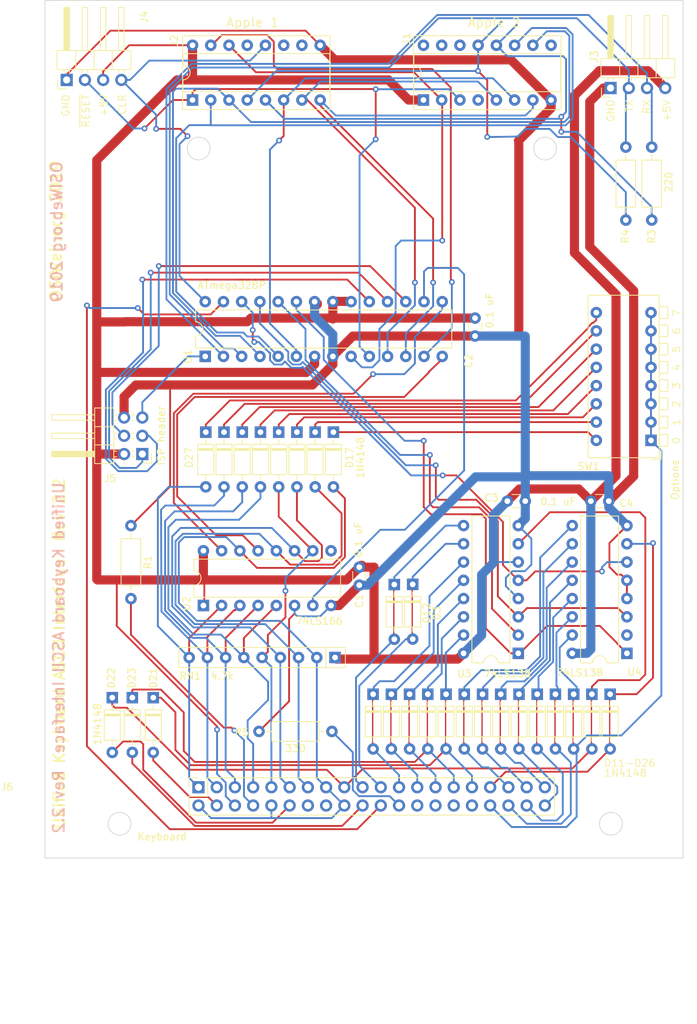
<source format=kicad_pcb>
(kicad_pcb (version 20171130) (host pcbnew "(5.1.5-0-10_14)")
  (title_block (title "Unified Retro Keyboard") (date 2019-12-13) (rev 2.2))
  (layers (0 F.Cu signal) (31 B.Cu signal) (34 B.Paste user) (35 F.Paste user) (36 B.SilkS user) (37 F.SilkS user) (38 B.Mask user) (39 F.Mask user) (44 Edge.Cuts user))
  (net 0 "")
  (net 1 GND)
  (net 2 +5V)
  (net 3 /Row3)
  (net 4 /Row0)
  (net 5 /Row1)
  (net 6 /Row4)
  (net 7 /Row5)
  (net 8 /Row7)
  (net 9 /D7)
  (net 10 /D1)
  (net 11 /D2)
  (net 12 /D3)
  (net 13 /D4)
  (net 14 /D5)
  (net 15 /D6)
  (net 16 /Col0)
  (net 17 /Col1)
  (net 18 /Col2)
  (net 19 /Col3)
  (net 20 /Col4)
  (net 21 /Col5)
  (net 22 /Col6)
  (net 23 /Col7)
  (net 24 /Row6)
  (net 25 /Row2)
  (net 26 /D0)
  (net 27 /CAPS_LED)
  (net 28 "Net-(U1-Pad25)")
  (net 29 "Net-(U1-Pad24)")
  (net 30 "Net-(U1-Pad23)")
  (net 31 /ClrScr)
  (net 32 /~SYS_RESET)
  (net 33 /~STROBE)
  (net 34 "Net-(U1-Pad14)")
  (net 35 "Net-(U1-Pad26)")
  (net 36 "Net-(U1-Pad16)")
  (net 37 "Net-(U1-Pad15)")
  (net 38 /Row10)
  (net 39 /Row9)
  (net 40 /Row8)
  (net 41 /Row15)
  (net 42 /Row14)
  (net 43 /Row13)
  (net 44 /Row12)
  (net 45 /Row11)
  (net 46 /~RESET)
  (net 47 /MOSI)
  (net 48 /SCK)
  (net 49 /MISO)
  (net 50 /Tx)
  (net 51 /Rx)
  (net 52 "Net-(U4-Pad2)")
  (net 53 "Net-(D11-Pad1)")
  (net 54 "Net-(D12-Pad1)")
  (net 55 "Net-(D13-Pad1)")
  (net 56 "Net-(D14-Pad1)")
  (net 57 "Net-(D15-Pad1)")
  (net 58 "Net-(D16-Pad1)")
  (net 59 "Net-(D17-Pad1)")
  (net 60 "Net-(D18-Pad1)")
  (net 61 "Net-(D19-Pad1)")
  (net 62 "Net-(D20-Pad1)")
  (net 63 "Net-(D24-Pad1)")
  (net 64 "Net-(D25-Pad1)")
  (net 65 "Net-(D26-Pad1)")
  (net 66 "Net-(D3-Pad1)")
  (net 67 "Net-(D4-Pad1)")
  (net 68 "Net-(D5-Pad1)")
  (net 69 "Net-(D6-Pad1)")
  (net 70 "Net-(D7-Pad1)")
  (net 71 "Net-(D8-Pad1)")
  (net 72 "Net-(D9-Pad1)")
  (net 73 "Net-(D10-Pad1)")
  (net 74 "Net-(D1-Pad1)")
  (net 75 "Net-(D2-Pad1)")
  (net 76 "Net-(D21-Pad2)")
  (net 77 "Net-(D22-Pad2)")
  (net 78 "Net-(D23-Pad2)")
  (net 79 "Net-(D27-Pad1)")
  (net 80 "Net-(J1-Pad9)")
  (net 81 "Net-(J1-Pad4)")
  (net 82 "Net-(J1-Pad14)")
  (net 83 "Net-(J1-Pad15)")
  (net 84 "Net-(J1-Pad16)")
  (net 85 "Net-(J2-Pad10)")
  (net 86 "Net-(J2-Pad11)")
  (net 87 "Net-(J2-Pad13)")
  (net 88 "Net-(J6-Pad32)")
  (net 89 "Net-(J6-Pad30)")
  (net 90 "Net-(J6-Pad28)")
  (net 91 "Net-(J6-Pad26)")
  (net 92 "Net-(J6-Pad24)")
  (net 93 "Net-(J6-Pad16)")
  (net 94 "Net-(J6-Pad14)")
  (net 95 "Net-(U2-Pad9)")
  (net 96 "Net-(J6-Pad8)")
  (module Resistor_THT:R_Axial_DIN0207_L6.3mm_D2.5mm_P10.16mm_Horizontal (layer F.Cu) (at 175.8085 136.6155 270)
    (fp_text reference R1 (at 5.08 -2.37 90) (layer F.SilkS))
    (fp_text value 330)
    (pad 2 thru_hole oval (at 10.16 0 270) (size 1.6 1.6) (drill 0.8) (layers *.Cu *.Mask) (net 96 "Net-(J6-Pad8)"))
    (pad 1 thru_hole circle (at 0 0 270) (size 1.6 1.6) (drill 0.8) (layers *.Cu *.Mask) (net 1 GND))
  )
  (module unikbd:D_DO-35_SOD27_P7.62mm_Horizontal_bypassed (layer F.Cu) (at 222.25 160.0724 270)
    (fp_text reference D16 hide)
    (fp_text value 1N4148 hide)
    (fp_poly (pts (xy 7.239 0.127) (xy 0.381 0.127) (xy 0.381 0) (xy 7.239 0)) (layer F.Cu) (width 0.0508))
    (pad 1 thru_hole rect (at 0 0 270) (size 1.6 1.6) (drill 0.8) (layers *.Cu *.Mask) (net 58 "Net-(D16-Pad1)"))
    (pad 2 thru_hole oval (at 7.62 0 270) (size 1.6 1.6) (drill 0.8) (layers *.Cu *.Mask) (net 42 /Row14))
  )
  (module unikbd:D_DO-35_SOD27_P7.62mm_Horizontal_bypassed (layer F.Cu) (at 227.33 160.0724 270)
    (fp_text reference D15 hide)
    (fp_text value 1N4148)
    (fp_poly (pts (xy 7.239 0.127) (xy 0.381 0.127) (xy 0.381 0) (xy 7.239 0)) (layer F.Cu) (width 0.0508))
    (pad 1 thru_hole rect (at 0 0 270) (size 1.6 1.6) (drill 0.8) (layers *.Cu *.Mask) (net 57 "Net-(D15-Pad1)"))
    (pad 2 thru_hole oval (at 7.62 0 270) (size 1.6 1.6) (drill 0.8) (layers *.Cu *.Mask) (net 44 /Row12))
  )
  (module unikbd:D_DO-35_SOD27_P7.62mm_Horizontal_bypassed (layer F.Cu) (at 232.41 160.0724 270)
    (fp_text reference D14 hide)
    (fp_text value 1N4148)
    (fp_poly (pts (xy 7.239 0.127) (xy 0.381 0.127) (xy 0.381 0) (xy 7.239 0)) (layer F.Cu) (width 0.0508))
    (pad 1 thru_hole rect (at 0 0 270) (size 1.6 1.6) (drill 0.8) (layers *.Cu *.Mask) (net 56 "Net-(D14-Pad1)"))
    (pad 2 thru_hole oval (at 7.62 0 270) (size 1.6 1.6) (drill 0.8) (layers *.Cu *.Mask) (net 38 /Row10))
  )
  (module unikbd:D_DO-35_SOD27_P7.62mm_Horizontal_bypassed (layer F.Cu) (at 237.49 160.0724 270)
    (fp_text reference D13 hide)
    (fp_text value 1N4148)
    (fp_poly (pts (xy 7.239 0.127) (xy 0.381 0.127) (xy 0.381 0) (xy 7.239 0)) (layer F.Cu) (width 0.0508))
    (pad 1 thru_hole rect (at 0 0 270) (size 1.6 1.6) (drill 0.8) (layers *.Cu *.Mask) (net 55 "Net-(D13-Pad1)"))
    (pad 2 thru_hole oval (at 7.62 0 270) (size 1.6 1.6) (drill 0.8) (layers *.Cu *.Mask) (net 40 /Row8))
  )
  (module unikbd:D_DO-35_SOD27_P7.62mm_Horizontal_bypassed (layer F.Cu) (at 242.57 160.0724 270)
    (fp_text reference D8 hide)
    (fp_text value 1N4148 hide)
    (fp_poly (pts (xy 7.239 0.127) (xy 0.381 0.127) (xy 0.381 0) (xy 7.239 0)) (layer F.Cu) (width 0.0508))
    (pad 1 thru_hole rect (at 0 0 270) (size 1.6 1.6) (drill 0.8) (layers *.Cu *.Mask) (net 71 "Net-(D8-Pad1)"))
    (pad 2 thru_hole oval (at 7.62 0 270) (size 1.6 1.6) (drill 0.8) (layers *.Cu *.Mask) (net 41 /Row15))
  )
  (module unikbd:D_DO-35_SOD27_P7.62mm_Horizontal_bypassed (layer F.Cu) (at 224.79 160.0724 270)
    (fp_text reference D7 hide)
    (fp_text value 1N4148)
    (fp_poly (pts (xy 7.239 0.127) (xy 0.381 0.127) (xy 0.381 0) (xy 7.239 0)) (layer F.Cu) (width 0.0508))
    (pad 1 thru_hole rect (at 0 0 270) (size 1.6 1.6) (drill 0.8) (layers *.Cu *.Mask) (net 70 "Net-(D7-Pad1)"))
    (pad 2 thru_hole oval (at 7.62 0 270) (size 1.6 1.6) (drill 0.8) (layers *.Cu *.Mask) (net 43 /Row13))
  )
  (module unikbd:D_DO-35_SOD27_P7.62mm_Horizontal_bypassed (layer F.Cu) (at 229.87 160.0724 270)
    (fp_text reference D6 hide)
    (fp_text value 1N4148)
    (fp_poly (pts (xy 7.239 0.127) (xy 0.381 0.127) (xy 0.381 0) (xy 7.239 0)) (layer F.Cu) (width 0.0508))
    (pad 1 thru_hole rect (at 0 0 270) (size 1.6 1.6) (drill 0.8) (layers *.Cu *.Mask) (net 69 "Net-(D6-Pad1)"))
    (pad 2 thru_hole oval (at 7.62 0 270) (size 1.6 1.6) (drill 0.8) (layers *.Cu *.Mask) (net 45 /Row11))
  )
  (module unikbd:D_DO-35_SOD27_P7.62mm_Horizontal_bypassed (layer F.Cu) (at 234.95 160.0724 270)
    (fp_text reference D5 hide)
    (fp_text value 1N4148)
    (fp_poly (pts (xy 7.239 0.127) (xy 0.381 0.127) (xy 0.381 0) (xy 7.239 0)) (layer F.Cu) (width 0.0508))
    (pad 1 thru_hole rect (at 0 0 270) (size 1.6 1.6) (drill 0.8) (layers *.Cu *.Mask) (net 68 "Net-(D5-Pad1)"))
    (pad 2 thru_hole oval (at 7.62 0 270) (size 1.6 1.6) (drill 0.8) (layers *.Cu *.Mask) (net 39 /Row9))
  )
  (module unikbd:D_DO-35_SOD27_P7.62mm_Horizontal_bypassed (layer F.Cu) (at 212.4988 144.807 270)
    (fp_text reference D12 (at 3.9878 -4.4958 90) (layer F.SilkS))
    (fp_text value 1N4148)
    (fp_poly (pts (xy 7.239 0.127) (xy 0.381 0.127) (xy 0.381 0) (xy 7.239 0)) (layer F.Cu) (width 0.0508))
    (pad 1 thru_hole rect (at 0 0 270) (size 1.6 1.6) (drill 0.8) (layers *.Cu *.Mask) (net 54 "Net-(D12-Pad1)"))
    (pad 2 thru_hole oval (at 7.62 0 270) (size 1.6 1.6) (drill 0.8) (layers *.Cu *.Mask) (net 24 /Row6))
  )
  (module unikbd:D_DO-35_SOD27_P7.62mm_Horizontal_bypassed (layer F.Cu) (at 209.55 160.0724 270)
    (fp_text reference D11 hide)
    (fp_text value 1N4148)
    (fp_poly (pts (xy 7.239 0.127) (xy 0.381 0.127) (xy 0.381 0) (xy 7.239 0)) (layer F.Cu) (width 0.0508))
    (pad 1 thru_hole rect (at 0 0 270) (size 1.6 1.6) (drill 0.8) (layers *.Cu *.Mask) (net 53 "Net-(D11-Pad1)"))
    (pad 2 thru_hole oval (at 7.62 0 270) (size 1.6 1.6) (drill 0.8) (layers *.Cu *.Mask) (net 6 /Row4))
  )
  (module unikbd:D_DO-35_SOD27_P7.62mm_Horizontal_bypassed (layer F.Cu) (at 214.63 160.0724 270)
    (fp_text reference D10 hide)
    (fp_text value 1N4148)
    (fp_poly (pts (xy 7.239 0.127) (xy 0.381 0.127) (xy 0.381 0) (xy 7.239 0)) (layer F.Cu) (width 0.0508))
    (pad 1 thru_hole rect (at 0 0 270) (size 1.6 1.6) (drill 0.8) (layers *.Cu *.Mask) (net 73 "Net-(D10-Pad1)"))
    (pad 2 thru_hole oval (at 7.62 0 270) (size 1.6 1.6) (drill 0.8) (layers *.Cu *.Mask) (net 25 /Row2))
  )
  (module unikbd:D_DO-35_SOD27_P7.62mm_Horizontal_bypassed (layer F.Cu) (at 219.71 160.0724 270)
    (fp_text reference D9 hide)
    (fp_text value 1N4148)
    (fp_poly (pts (xy 7.239 0.127) (xy 0.381 0.127) (xy 0.381 0) (xy 7.239 0)) (layer F.Cu) (width 0.0508))
    (pad 1 thru_hole rect (at 0 0 270) (size 1.6 1.6) (drill 0.8) (layers *.Cu *.Mask) (net 72 "Net-(D9-Pad1)"))
    (pad 2 thru_hole oval (at 7.62 0 270) (size 1.6 1.6) (drill 0.8) (layers *.Cu *.Mask) (net 4 /Row0))
  )
  (module unikbd:D_DO-35_SOD27_P7.62mm_Horizontal_bypassed (layer F.Cu) (at 240.03 160.0724 270)
    (fp_text reference D4 hide)
    (fp_text value 1N4148)
    (fp_poly (pts (xy 7.239 0.127) (xy 0.381 0.127) (xy 0.381 0) (xy 7.239 0)) (layer F.Cu) (width 0.0508))
    (pad 1 thru_hole rect (at 0 0 270) (size 1.6 1.6) (drill 0.8) (layers *.Cu *.Mask) (net 67 "Net-(D4-Pad1)"))
    (pad 2 thru_hole oval (at 7.62 0 270) (size 1.6 1.6) (drill 0.8) (layers *.Cu *.Mask) (net 8 /Row7))
  )
  (module unikbd:D_DO-35_SOD27_P7.62mm_Horizontal_bypassed (layer F.Cu) (at 215.0642 144.7816 270)
    (fp_text reference D3 (at 4.0132 -3.3528 90) (layer F.SilkS))
    (fp_text value 1N4148)
    (fp_poly (pts (xy 7.239 0.127) (xy 0.381 0.127) (xy 0.381 0) (xy 7.239 0)) (layer F.Cu) (width 0.0508))
    (pad 1 thru_hole rect (at 0 0 270) (size 1.6 1.6) (drill 0.8) (layers *.Cu *.Mask) (net 66 "Net-(D3-Pad1)"))
    (pad 2 thru_hole oval (at 7.62 0 270) (size 1.6 1.6) (drill 0.8) (layers *.Cu *.Mask) (net 7 /Row5))
  )
  (module unikbd:D_DO-35_SOD27_P7.62mm_Horizontal_bypassed (layer F.Cu) (at 212.09 160.0724 270)
    (fp_text reference D2 hide)
    (fp_text value 1N4148)
    (fp_poly (pts (xy 7.239 0.127) (xy 0.381 0.127) (xy 0.381 0) (xy 7.239 0)) (layer F.Cu) (width 0.0508))
    (pad 1 thru_hole rect (at 0 0 270) (size 1.6 1.6) (drill 0.8) (layers *.Cu *.Mask) (net 75 "Net-(D2-Pad1)"))
    (pad 2 thru_hole oval (at 7.62 0 270) (size 1.6 1.6) (drill 0.8) (layers *.Cu *.Mask) (net 3 /Row3))
  )
  (module unikbd:D_DO-35_SOD27_P7.62mm_Horizontal_bypassed (layer F.Cu) (at 217.17 160.0724 270)
    (fp_text reference D1 hide)
    (fp_text value 1N4148)
    (fp_poly (pts (xy 7.239 0.127) (xy 0.381 0.127) (xy 0.381 0) (xy 7.239 0)) (layer F.Cu) (width 0.0508))
    (pad 1 thru_hole rect (at 0 0 270) (size 1.6 1.6) (drill 0.8) (layers *.Cu *.Mask) (net 74 "Net-(D1-Pad1)"))
    (pad 2 thru_hole oval (at 7.62 0 270) (size 1.6 1.6) (drill 0.8) (layers *.Cu *.Mask) (net 5 /Row1))
  )
  (module Resistor_THT:R_Axial_DIN0207_L6.3mm_D2.5mm_P10.16mm_Horizontal (layer F.Cu) (at 193.652 165.254)
    (fp_text reference R5 (at -2.413 0.127) (layer F.SilkS))
    (fp_text value 330 (at 5.08 2.37) (layer F.SilkS))
    (pad 2 thru_hole oval (at 10.16 0) (size 1.6 1.6) (drill 0.8) (layers *.Cu *.Mask) (net 92 "Net-(J6-Pad24)"))
    (pad 1 thru_hole circle (at 0 0) (size 1.6 1.6) (drill 0.8) (layers *.Cu *.Mask) (net 1 GND))
  )
  (module Diode_THT:D_DO-35_SOD27_P7.62mm_Horizontal (layer F.Cu) (at 175.999 160.555 270)
    (fp_text reference D23 (at -2.7305 0.0762 90) (layer F.SilkS))
    (fp_text value 1N4148)
    (pad 2 thru_hole oval (at 7.62 0 270) (size 1.6 1.6) (drill 0.8) (layers *.Cu *.Mask) (net 78 "Net-(D23-Pad2)"))
    (pad 1 thru_hole rect (at 0 0 270) (size 1.6 1.6) (drill 0.8) (layers *.Cu *.Mask) (net 5 /Row1))
  )
  (module unikbd:PinHeader_2x20_P2.54mm_Vertical (layer F.Cu) (at 185.397 175.5918 90)
    (fp_text reference J6 (at 2.6162 -26.8478 180) (layer F.SilkS))
    (fp_text value Keyboard (at -4.318 -5.2578 180) (layer F.SilkS))
    (pad 40 thru_hole oval (at 0.0254 48.0822 90) (size 1.7 1.7) (drill 1) (layers *.Cu *.Mask) (net 45 /Row11))
    (pad 39 thru_hole oval (at 2.5654 48.0822 90) (size 1.7 1.7) (drill 1) (layers *.Cu *.Mask) (net 44 /Row12))
    (pad 38 thru_hole oval (at 0.0254 45.5422 90) (size 1.7 1.7) (drill 1) (layers *.Cu *.Mask) (net 38 /Row10))
    (pad 37 thru_hole oval (at 2.5654 45.5422 90) (size 1.7 1.7) (drill 1) (layers *.Cu *.Mask) (net 43 /Row13))
    (pad 36 thru_hole oval (at 0.0254 43.0022 90) (size 1.7 1.7) (drill 1) (layers *.Cu *.Mask) (net 39 /Row9))
    (pad 35 thru_hole oval (at 2.5654 43.0022 90) (size 1.7 1.7) (drill 1) (layers *.Cu *.Mask) (net 42 /Row14))
    (pad 34 thru_hole oval (at 0.0254 40.4622 90) (size 1.7 1.7) (drill 1) (layers *.Cu *.Mask) (net 40 /Row8))
    (pad 33 thru_hole oval (at 2.5654 40.4622 90) (size 1.7 1.7) (drill 1) (layers *.Cu *.Mask) (net 41 /Row15))
    (pad 32 thru_hole oval (at 0.0254 37.9222 90) (size 1.7 1.7) (drill 1) (layers *.Cu *.Mask) (net 88 "Net-(J6-Pad32)"))
    (pad 31 thru_hole oval (at 2.5654 37.9222 90) (size 1.7 1.7) (drill 1) (layers *.Cu *.Mask) (net 4 /Row0))
    (pad 30 thru_hole oval (at 0.0254 35.3822 90) (size 1.7 1.7) (drill 1) (layers *.Cu *.Mask) (net 89 "Net-(J6-Pad30)"))
    (pad 29 thru_hole oval (at 2.5654 35.3822 90) (size 1.7 1.7) (drill 1) (layers *.Cu *.Mask) (net 5 /Row1))
    (pad 28 thru_hole oval (at 0.0254 32.8422 90) (size 1.7 1.7) (drill 1) (layers *.Cu *.Mask) (net 90 "Net-(J6-Pad28)"))
    (pad 27 thru_hole oval (at 2.5654 32.8422 90) (size 1.7 1.7) (drill 1) (layers *.Cu *.Mask) (net 25 /Row2))
    (pad 26 thru_hole oval (at 0.0254 30.3022 90) (size 1.7 1.7) (drill 1) (layers *.Cu *.Mask) (net 91 "Net-(J6-Pad26)"))
    (pad 25 thru_hole oval (at 2.5654 30.3022 90) (size 1.7 1.7) (drill 1) (layers *.Cu *.Mask) (net 3 /Row3))
    (pad 24 thru_hole oval (at 0.0254 27.7622 90) (size 1.7 1.7) (drill 1) (layers *.Cu *.Mask) (net 92 "Net-(J6-Pad24)"))
    (pad 23 thru_hole oval (at 2.5654 27.7622 90) (size 1.7 1.7) (drill 1) (layers *.Cu *.Mask) (net 6 /Row4))
    (pad 22 thru_hole oval (at 0.0254 25.2222 90) (size 1.7 1.7) (drill 1) (layers *.Cu *.Mask) (net 27 /CAPS_LED))
    (pad 21 thru_hole oval (at 2.5654 25.2222 90) (size 1.7 1.7) (drill 1) (layers *.Cu *.Mask) (net 7 /Row5))
    (pad 20 thru_hole oval (at 0.0254 22.6822 90) (size 1.7 1.7) (drill 1) (layers *.Cu *.Mask) (net 78 "Net-(D23-Pad2)"))
    (pad 19 thru_hole oval (at 2.5654 22.6822 90) (size 1.7 1.7) (drill 1) (layers *.Cu *.Mask) (net 24 /Row6))
    (pad 18 thru_hole oval (at 0.0254 20.1422 90) (size 1.7 1.7) (drill 1) (layers *.Cu *.Mask) (net 16 /Col0))
    (pad 17 thru_hole oval (at 2.5654 20.1422 90) (size 1.7 1.7) (drill 1) (layers *.Cu *.Mask) (net 8 /Row7))
    (pad 16 thru_hole oval (at 0.0254 17.6022 90) (size 1.7 1.7) (drill 1) (layers *.Cu *.Mask) (net 93 "Net-(J6-Pad16)"))
    (pad 15 thru_hole oval (at 2.5654 17.6022 90) (size 1.7 1.7) (drill 1) (layers *.Cu *.Mask) (net 16 /Col0))
    (pad 14 thru_hole oval (at 0.0254 15.0622 90) (size 1.7 1.7) (drill 1) (layers *.Cu *.Mask) (net 94 "Net-(J6-Pad14)"))
    (pad 13 thru_hole oval (at 2.5654 15.0622 90) (size 1.7 1.7) (drill 1) (layers *.Cu *.Mask) (net 17 /Col1))
    (pad 12 thru_hole oval (at 0.0254 12.5222 90) (size 1.7 1.7) (drill 1) (layers *.Cu *.Mask) (net 77 "Net-(D22-Pad2)"))
    (pad 11 thru_hole oval (at 2.5654 12.5222 90) (size 1.7 1.7) (drill 1) (layers *.Cu *.Mask) (net 18 /Col2))
    (pad 10 thru_hole oval (at 0.0254 9.9822 90) (size 1.7 1.7) (drill 1) (layers *.Cu *.Mask) (net 16 /Col0))
    (pad 9 thru_hole oval (at 2.5654 9.9822 90) (size 1.7 1.7) (drill 1) (layers *.Cu *.Mask) (net 19 /Col3))
    (pad 8 thru_hole oval (at 0.0254 7.4422 90) (size 1.7 1.7) (drill 1) (layers *.Cu *.Mask) (net 96 "Net-(J6-Pad8)"))
    (pad 7 thru_hole oval (at 2.5654 7.4422 90) (size 1.7 1.7) (drill 1) (layers *.Cu *.Mask) (net 20 /Col4))
    (pad 6 thru_hole oval (at 0.0254 4.9022 90) (size 1.7 1.7) (drill 1) (layers *.Cu *.Mask) (net 2 +5V))
    (pad 5 thru_hole oval (at 2.5654 4.9022 90) (size 1.7 1.7) (drill 1) (layers *.Cu *.Mask) (net 21 /Col5))
    (pad 4 thru_hole oval (at 0.0254 2.3622 90) (size 1.7 1.7) (drill 1) (layers *.Cu *.Mask) (net 76 "Net-(D21-Pad2)"))
    (pad 3 thru_hole oval (at 2.5654 2.3622 90) (size 1.7 1.7) (drill 1) (layers *.Cu *.Mask) (net 22 /Col6))
    (pad 2 thru_hole oval (at 0.0254 -0.1778 90) (size 1.7 1.7) (drill 1) (layers *.Cu *.Mask) (net 16 /Col0))
    (pad 1 thru_hole rect (at 2.5654 -0.1778 90) (size 1.7 1.7) (drill 1) (layers *.Cu *.Mask) (net 23 /Col7))
  )
  (module Connector_PinHeader_2.54mm:PinHeader_1x04_P2.54mm_Horizontal (layer F.Cu) (at 242.62828 75.70376 90)
    (fp_text reference J3 (at 4.385 -2.27 90) (layer F.SilkS))
    (fp_text value UART)
    (pad 4 thru_hole oval (at 0 7.62 90) (size 1.7 1.7) (drill 1) (layers *.Cu *.Mask) (net 2 +5V))
    (pad 3 thru_hole oval (at 0 5.08 90) (size 1.7 1.7) (drill 1) (layers *.Cu *.Mask) (net 51 /Rx))
    (pad 2 thru_hole oval (at 0 2.54 90) (size 1.7 1.7) (drill 1) (layers *.Cu *.Mask) (net 50 /Tx))
    (pad 1 thru_hole rect (at 0 0 90) (size 1.7 1.7) (drill 1) (layers *.Cu *.Mask) (net 1 GND))
  )
  (module Button_Switch_THT:SW_DIP_SPSTx08_Piano_CTS_Series194-8MSTN_W7.62mm_P2.54mm (layer F.Cu) (at 248.262 124.741 180)
    (fp_text reference SW1 (at 8.7122 -3.6068) (layer F.SilkS))
    (fp_text value Options (at -3.3782 -5.4864 90) (layer F.SilkS))
    (pad 1 thru_hole rect (at 0 0 180) (size 1.6 1.6) (drill 0.8) (layers *.Cu *.Mask) (net 40 /Row8))
    (pad 9 thru_hole oval (at 7.62 17.78 180) (size 1.6 1.6) (drill 0.8) (layers *.Cu *.Mask) (net 79 "Net-(D27-Pad1)"))
    (pad 2 thru_hole oval (at 0 2.54 180) (size 1.6 1.6) (drill 0.8) (layers *.Cu *.Mask) (net 40 /Row8))
    (pad 10 thru_hole oval (at 7.62 15.24 180) (size 1.6 1.6) (drill 0.8) (layers *.Cu *.Mask) (net 62 "Net-(D20-Pad1)"))
    (pad 3 thru_hole oval (at 0 5.08 180) (size 1.6 1.6) (drill 0.8) (layers *.Cu *.Mask) (net 40 /Row8))
    (pad 11 thru_hole oval (at 7.62 12.7 180) (size 1.6 1.6) (drill 0.8) (layers *.Cu *.Mask) (net 65 "Net-(D26-Pad1)"))
    (pad 4 thru_hole oval (at 0 7.62 180) (size 1.6 1.6) (drill 0.8) (layers *.Cu *.Mask) (net 40 /Row8))
    (pad 12 thru_hole oval (at 7.62 10.16 180) (size 1.6 1.6) (drill 0.8) (layers *.Cu *.Mask) (net 61 "Net-(D19-Pad1)"))
    (pad 5 thru_hole oval (at 0 10.16 180) (size 1.6 1.6) (drill 0.8) (layers *.Cu *.Mask) (net 40 /Row8))
    (pad 13 thru_hole oval (at 7.62 7.62 180) (size 1.6 1.6) (drill 0.8) (layers *.Cu *.Mask) (net 64 "Net-(D25-Pad1)"))
    (pad 6 thru_hole oval (at 0 12.7 180) (size 1.6 1.6) (drill 0.8) (layers *.Cu *.Mask) (net 40 /Row8))
    (pad 14 thru_hole oval (at 7.62 5.08 180) (size 1.6 1.6) (drill 0.8) (layers *.Cu *.Mask) (net 60 "Net-(D18-Pad1)"))
    (pad 7 thru_hole oval (at 0 15.24 180) (size 1.6 1.6) (drill 0.8) (layers *.Cu *.Mask) (net 40 /Row8))
    (pad 15 thru_hole oval (at 7.62 2.54 180) (size 1.6 1.6) (drill 0.8) (layers *.Cu *.Mask) (net 63 "Net-(D24-Pad1)"))
    (pad 8 thru_hole oval (at 0 17.78 180) (size 1.6 1.6) (drill 0.8) (layers *.Cu *.Mask) (net 40 /Row8))
    (pad 16 thru_hole oval (at 7.62 0 180) (size 1.6 1.6) (drill 0.8) (layers *.Cu *.Mask) (net 59 "Net-(D17-Pad1)"))
  )
  (module Diode_THT:D_DO-35_SOD27_P7.62mm_Horizontal (layer F.Cu) (at 186.2352 123.598 270)
    (fp_text reference D27 (at 3.556 2.3368 90) (layer F.SilkS))
    (fp_text value 1N4148 hide)
    (pad 2 thru_hole oval (at 7.62 0 270) (size 1.6 1.6) (drill 0.8) (layers *.Cu *.Mask) (net 23 /Col7))
    (pad 1 thru_hole rect (at 0 0 270) (size 1.6 1.6) (drill 0.8) (layers *.Cu *.Mask) (net 79 "Net-(D27-Pad1)"))
  )
  (module Diode_THT:D_DO-35_SOD27_P7.62mm_Horizontal (layer F.Cu) (at 191.3152 123.598 270)
    (fp_text reference D26)
    (fp_text value 1N4148 hide)
    (pad 2 thru_hole oval (at 7.62 0 270) (size 1.6 1.6) (drill 0.8) (layers *.Cu *.Mask) (net 21 /Col5))
    (pad 1 thru_hole rect (at 0 0 270) (size 1.6 1.6) (drill 0.8) (layers *.Cu *.Mask) (net 65 "Net-(D26-Pad1)"))
  )
  (module Diode_THT:D_DO-35_SOD27_P7.62mm_Horizontal (layer F.Cu) (at 196.3952 123.598 270)
    (fp_text reference D25 hide)
    (fp_text value 1N4148 hide)
    (pad 2 thru_hole oval (at 7.62 0 270) (size 1.6 1.6) (drill 0.8) (layers *.Cu *.Mask) (net 19 /Col3))
    (pad 1 thru_hole rect (at 0 0 270) (size 1.6 1.6) (drill 0.8) (layers *.Cu *.Mask) (net 64 "Net-(D25-Pad1)"))
  )
  (module Diode_THT:D_DO-35_SOD27_P7.62mm_Horizontal (layer F.Cu) (at 201.4752 123.598 270)
    (fp_text reference D24 hide)
    (fp_text value 1N4148 hide)
    (pad 2 thru_hole oval (at 7.62 0 270) (size 1.6 1.6) (drill 0.8) (layers *.Cu *.Mask) (net 17 /Col1))
    (pad 1 thru_hole rect (at 0 0 270) (size 1.6 1.6) (drill 0.8) (layers *.Cu *.Mask) (net 63 "Net-(D24-Pad1)"))
  )
  (module Diode_THT:D_DO-35_SOD27_P7.62mm_Horizontal (layer F.Cu) (at 188.7752 123.598 270)
    (fp_text reference D20 hide)
    (fp_text value 1N4148 hide)
    (pad 2 thru_hole oval (at 7.62 0 270) (size 1.6 1.6) (drill 0.8) (layers *.Cu *.Mask) (net 22 /Col6))
    (pad 1 thru_hole rect (at 0 0 270) (size 1.6 1.6) (drill 0.8) (layers *.Cu *.Mask) (net 62 "Net-(D20-Pad1)"))
  )
  (module Diode_THT:D_DO-35_SOD27_P7.62mm_Horizontal (layer F.Cu) (at 193.8552 123.598 270)
    (fp_text reference D19 hide)
    (fp_text value 1N4148 hide)
    (pad 2 thru_hole oval (at 7.62 0 270) (size 1.6 1.6) (drill 0.8) (layers *.Cu *.Mask) (net 20 /Col4))
    (pad 1 thru_hole rect (at 0 0 270) (size 1.6 1.6) (drill 0.8) (layers *.Cu *.Mask) (net 61 "Net-(D19-Pad1)"))
  )
  (module Diode_THT:D_DO-35_SOD27_P7.62mm_Horizontal (layer F.Cu) (at 198.9352 123.598 270)
    (fp_text reference D18 hide)
    (fp_text value 1N4148 hide)
    (pad 2 thru_hole oval (at 7.62 0 270) (size 1.6 1.6) (drill 0.8) (layers *.Cu *.Mask) (net 18 /Col2))
    (pad 1 thru_hole rect (at 0 0 270) (size 1.6 1.6) (drill 0.8) (layers *.Cu *.Mask) (net 60 "Net-(D18-Pad1)"))
  )
  (module Diode_THT:D_DO-35_SOD27_P7.62mm_Horizontal (layer F.Cu) (at 204.0152 123.598 270)
    (fp_text reference D17 (at 3.556001 -2.2352 90) (layer F.SilkS))
    (fp_text value 1N4148 (at 3.556 -3.7592 90) (layer F.SilkS))
    (pad 2 thru_hole oval (at 7.62 0 270) (size 1.6 1.6) (drill 0.8) (layers *.Cu *.Mask) (net 16 /Col0))
    (pad 1 thru_hole rect (at 0 0 270) (size 1.6 1.6) (drill 0.8) (layers *.Cu *.Mask) (net 59 "Net-(D17-Pad1)"))
  )
  (module Connector_PinHeader_2.54mm:PinHeader_2x03_P2.54mm_Horizontal (layer F.Cu) (at 177.396 126.646 180)
    (fp_text reference J5 (at 4.4958 -3.4036) (layer F.SilkS))
    (fp_text value "ISP header" (at -2.6416 2.54 90) (layer F.SilkS))
    (pad 6 thru_hole oval (at 2.54 5.08 180) (size 1.7 1.7) (drill 1) (layers *.Cu *.Mask) (net 1 GND))
    (pad 5 thru_hole oval (at 0 5.08 180) (size 1.7 1.7) (drill 1) (layers *.Cu *.Mask) (net 46 /~RESET))
    (pad 4 thru_hole oval (at 2.54 2.54 180) (size 1.7 1.7) (drill 1) (layers *.Cu *.Mask) (net 47 /MOSI))
    (pad 3 thru_hole oval (at 0 2.54 180) (size 1.7 1.7) (drill 1) (layers *.Cu *.Mask) (net 48 /SCK))
    (pad 2 thru_hole oval (at 2.54 0 180) (size 1.7 1.7) (drill 1) (layers *.Cu *.Mask) (net 2 +5V))
    (pad 1 thru_hole rect (at 0 0 180) (size 1.7 1.7) (drill 1) (layers *.Cu *.Mask) (net 49 /MISO))
  )
  (module Capacitor_THT:C_Disc_D3.0mm_W1.6mm_P2.50mm (layer F.Cu) (at 228.2468 133.1992)
    (fp_text reference C3 (at -2.2098 -0.4572) (layer F.SilkS))
    (fp_text value "0.1 uF" (at 7.0612 0.0508) (layer F.SilkS))
    (pad 2 thru_hole circle (at 2.5 0) (size 1.6 1.6) (drill 0.8) (layers *.Cu *.Mask) (net 1 GND))
    (pad 1 thru_hole circle (at 0 0) (size 1.6 1.6) (drill 0.8) (layers *.Cu *.Mask) (net 2 +5V))
  )
  (module Capacitor_THT:C_Disc_D3.0mm_W1.6mm_P2.50mm (layer F.Cu) (at 239.88 133.1992)
    (fp_text reference C4 (at 4.953 0.3048) (layer F.SilkS))
    (fp_text value "0.1 uF" hide)
    (pad 2 thru_hole circle (at 2.5 0) (size 1.6 1.6) (drill 0.8) (layers *.Cu *.Mask) (net 1 GND))
    (pad 1 thru_hole circle (at 0 0) (size 1.6 1.6) (drill 0.8) (layers *.Cu *.Mask) (net 2 +5V))
  )
  (module Capacitor_THT:C_Disc_D3.0mm_W1.6mm_P2.50mm (layer F.Cu) (at 223.751 107.723 270)
    (fp_text reference C2 (at 5.969 0.889 90) (layer F.SilkS))
    (fp_text value "0.1 uF" (at -1.016 -2.032 90) (layer F.SilkS))
    (pad 2 thru_hole circle (at 2.5 0 270) (size 1.6 1.6) (drill 0.8) (layers *.Cu *.Mask) (net 1 GND))
    (pad 1 thru_hole circle (at 0 0 270) (size 1.6 1.6) (drill 0.8) (layers *.Cu *.Mask) (net 2 +5V))
  )
  (module Capacitor_THT:C_Disc_D3.0mm_W1.6mm_P2.50mm (layer F.Cu) (at 207.622 142.394 270)
    (fp_text reference C1 (at 4.699 0 90) (layer F.SilkS))
    (fp_text value "0.1 uF" (at -3.81 0.127 90) (layer F.SilkS))
    (pad 2 thru_hole circle (at 2.5 0 270) (size 1.6 1.6) (drill 0.8) (layers *.Cu *.Mask) (net 1 GND))
    (pad 1 thru_hole circle (at 0 0 270) (size 1.6 1.6) (drill 0.8) (layers *.Cu *.Mask) (net 2 +5V))
  )
  (module Package_DIP:DIP-16_W7.62mm (layer F.Cu) (at 244.9092 154.3828 180)
    (fp_text reference U4 (at -1.0922 -2.5908) (layer F.SilkS))
    (fp_text value 74LS138 (at 6.5786 -2.6924) (layer F.SilkS))
    (pad 16 thru_hole oval (at 7.62 0 180) (size 1.6 1.6) (drill 0.8) (layers *.Cu *.Mask) (net 2 +5V))
    (pad 8 thru_hole oval (at 0 17.78 180) (size 1.6 1.6) (drill 0.8) (layers *.Cu *.Mask) (net 1 GND))
    (pad 15 thru_hole oval (at 7.62 2.54 180) (size 1.6 1.6) (drill 0.8) (layers *.Cu *.Mask) (net 55 "Net-(D13-Pad1)"))
    (pad 7 thru_hole oval (at 0 15.24 180) (size 1.6 1.6) (drill 0.8) (layers *.Cu *.Mask) (net 71 "Net-(D8-Pad1)"))
    (pad 14 thru_hole oval (at 7.62 5.08 180) (size 1.6 1.6) (drill 0.8) (layers *.Cu *.Mask) (net 68 "Net-(D5-Pad1)"))
    (pad 6 thru_hole oval (at 0 12.7 180) (size 1.6 1.6) (drill 0.8) (layers *.Cu *.Mask) (net 35 "Net-(U1-Pad26)"))
    (pad 13 thru_hole oval (at 7.62 7.62 180) (size 1.6 1.6) (drill 0.8) (layers *.Cu *.Mask) (net 56 "Net-(D14-Pad1)"))
    (pad 5 thru_hole oval (at 0 10.16 180) (size 1.6 1.6) (drill 0.8) (layers *.Cu *.Mask) (net 1 GND))
    (pad 12 thru_hole oval (at 7.62 10.16 180) (size 1.6 1.6) (drill 0.8) (layers *.Cu *.Mask) (net 69 "Net-(D6-Pad1)"))
    (pad 4 thru_hole oval (at 0 7.62 180) (size 1.6 1.6) (drill 0.8) (layers *.Cu *.Mask) (net 1 GND))
    (pad 11 thru_hole oval (at 7.62 12.7 180) (size 1.6 1.6) (drill 0.8) (layers *.Cu *.Mask) (net 57 "Net-(D15-Pad1)"))
    (pad 3 thru_hole oval (at 0 5.08 180) (size 1.6 1.6) (drill 0.8) (layers *.Cu *.Mask) (net 28 "Net-(U1-Pad25)"))
    (pad 10 thru_hole oval (at 7.62 15.24 180) (size 1.6 1.6) (drill 0.8) (layers *.Cu *.Mask) (net 70 "Net-(D7-Pad1)"))
    (pad 2 thru_hole oval (at 0 2.54 180) (size 1.6 1.6) (drill 0.8) (layers *.Cu *.Mask) (net 52 "Net-(U4-Pad2)"))
    (pad 9 thru_hole oval (at 7.62 17.78 180) (size 1.6 1.6) (drill 0.8) (layers *.Cu *.Mask) (net 58 "Net-(D16-Pad1)"))
    (pad 1 thru_hole rect (at 0 0 180) (size 1.6 1.6) (drill 0.8) (layers *.Cu *.Mask) (net 30 "Net-(U1-Pad23)"))
  )
  (module Package_DIP:DIP-16_W7.62mm (layer F.Cu) (at 229.7708 154.3828 180)
    (fp_text reference U3 (at 7.5184 -2.8448) (layer F.SilkS))
    (fp_text value 74LS138 (at 1.524 -2.8448) (layer F.SilkS))
    (pad 16 thru_hole oval (at 7.62 0 180) (size 1.6 1.6) (drill 0.8) (layers *.Cu *.Mask) (net 2 +5V))
    (pad 8 thru_hole oval (at 0 17.78 180) (size 1.6 1.6) (drill 0.8) (layers *.Cu *.Mask) (net 1 GND))
    (pad 15 thru_hole oval (at 7.62 2.54 180) (size 1.6 1.6) (drill 0.8) (layers *.Cu *.Mask) (net 72 "Net-(D9-Pad1)"))
    (pad 7 thru_hole oval (at 0 15.24 180) (size 1.6 1.6) (drill 0.8) (layers *.Cu *.Mask) (net 67 "Net-(D4-Pad1)"))
    (pad 14 thru_hole oval (at 7.62 5.08 180) (size 1.6 1.6) (drill 0.8) (layers *.Cu *.Mask) (net 74 "Net-(D1-Pad1)"))
    (pad 6 thru_hole oval (at 0 12.7 180) (size 1.6 1.6) (drill 0.8) (layers *.Cu *.Mask) (net 2 +5V))
    (pad 13 thru_hole oval (at 7.62 7.62 180) (size 1.6 1.6) (drill 0.8) (layers *.Cu *.Mask) (net 73 "Net-(D10-Pad1)"))
    (pad 5 thru_hole oval (at 0 10.16 180) (size 1.6 1.6) (drill 0.8) (layers *.Cu *.Mask) (net 35 "Net-(U1-Pad26)"))
    (pad 12 thru_hole oval (at 7.62 10.16 180) (size 1.6 1.6) (drill 0.8) (layers *.Cu *.Mask) (net 75 "Net-(D2-Pad1)"))
    (pad 4 thru_hole oval (at 0 7.62 180) (size 1.6 1.6) (drill 0.8) (layers *.Cu *.Mask) (net 1 GND))
    (pad 11 thru_hole oval (at 7.62 12.7 180) (size 1.6 1.6) (drill 0.8) (layers *.Cu *.Mask) (net 53 "Net-(D11-Pad1)"))
    (pad 3 thru_hole oval (at 0 5.08 180) (size 1.6 1.6) (drill 0.8) (layers *.Cu *.Mask) (net 28 "Net-(U1-Pad25)"))
    (pad 10 thru_hole oval (at 7.62 15.24 180) (size 1.6 1.6) (drill 0.8) (layers *.Cu *.Mask) (net 66 "Net-(D3-Pad1)"))
    (pad 2 thru_hole oval (at 0 2.54 180) (size 1.6 1.6) (drill 0.8) (layers *.Cu *.Mask) (net 29 "Net-(U1-Pad24)"))
    (pad 9 thru_hole oval (at 7.62 17.78 180) (size 1.6 1.6) (drill 0.8) (layers *.Cu *.Mask) (net 54 "Net-(D12-Pad1)"))
    (pad 1 thru_hole rect (at 0 0 180) (size 1.6 1.6) (drill 0.8) (layers *.Cu *.Mask) (net 30 "Net-(U1-Pad23)"))
  )
  (module Resistor_THT:R_Axial_DIN0207_L6.3mm_D2.5mm_P10.16mm_Horizontal (layer F.Cu) (at 244.7568 94.0832 90)
    (fp_text reference R4 (at -2.286 -0.0762 90) (layer F.SilkS))
    (fp_text value R_US hide)
    (pad 2 thru_hole oval (at 10.16 0 90) (size 1.6 1.6) (drill 0.8) (layers *.Cu *.Mask) (net 50 /Tx))
    (pad 1 thru_hole circle (at 0 0 90) (size 1.6 1.6) (drill 0.8) (layers *.Cu *.Mask) (net 10 /D1))
  )
  (module Resistor_THT:R_Axial_DIN0207_L6.3mm_D2.5mm_P10.16mm_Horizontal (layer F.Cu) (at 248.3636 94.0832 90)
    (fp_text reference R3 (at -2.286 0 90) (layer F.SilkS))
    (fp_text value 220 (at 5.2832 2.3622 90) (layer F.SilkS))
    (pad 2 thru_hole oval (at 10.16 0 90) (size 1.6 1.6) (drill 0.8) (layers *.Cu *.Mask) (net 51 /Rx))
    (pad 1 thru_hole circle (at 0 0 90) (size 1.6 1.6) (drill 0.8) (layers *.Cu *.Mask) (net 26 /D0))
  )
  (module Package_DIP:DIP-16_W7.62mm (layer F.Cu) (at 185.905 147.728 90)
    (fp_text reference U2 (at 0.254 -2.33 90) (layer F.SilkS))
    (fp_text value 74LS166 (at -2.159 16.129) (layer F.SilkS))
    (pad 16 thru_hole oval (at 7.62 0 90) (size 1.6 1.6) (drill 0.8) (layers *.Cu *.Mask) (net 2 +5V))
    (pad 8 thru_hole oval (at 0 17.78 90) (size 1.6 1.6) (drill 0.8) (layers *.Cu *.Mask) (net 1 GND))
    (pad 15 thru_hole oval (at 7.62 2.54 90) (size 1.6 1.6) (drill 0.8) (layers *.Cu *.Mask) (net 37 "Net-(U1-Pad15)"))
    (pad 7 thru_hole oval (at 0 15.24 90) (size 1.6 1.6) (drill 0.8) (layers *.Cu *.Mask) (net 36 "Net-(U1-Pad16)"))
    (pad 14 thru_hole oval (at 7.62 5.08 90) (size 1.6 1.6) (drill 0.8) (layers *.Cu *.Mask) (net 16 /Col0))
    (pad 6 thru_hole oval (at 0 12.7 90) (size 1.6 1.6) (drill 0.8) (layers *.Cu *.Mask) (net 1 GND))
    (pad 13 thru_hole oval (at 7.62 7.62 90) (size 1.6 1.6) (drill 0.8) (layers *.Cu *.Mask) (net 34 "Net-(U1-Pad14)"))
    (pad 5 thru_hole oval (at 0 10.16 90) (size 1.6 1.6) (drill 0.8) (layers *.Cu *.Mask) (net 20 /Col4))
    (pad 12 thru_hole oval (at 7.62 10.16 90) (size 1.6 1.6) (drill 0.8) (layers *.Cu *.Mask) (net 17 /Col1))
    (pad 4 thru_hole oval (at 0 7.62 90) (size 1.6 1.6) (drill 0.8) (layers *.Cu *.Mask) (net 21 /Col5))
    (pad 11 thru_hole oval (at 7.62 12.7 90) (size 1.6 1.6) (drill 0.8) (layers *.Cu *.Mask) (net 18 /Col2))
    (pad 3 thru_hole oval (at 0 5.08 90) (size 1.6 1.6) (drill 0.8) (layers *.Cu *.Mask) (net 22 /Col6))
    (pad 10 thru_hole oval (at 7.62 15.24 90) (size 1.6 1.6) (drill 0.8) (layers *.Cu *.Mask) (net 19 /Col3))
    (pad 2 thru_hole oval (at 0 2.54 90) (size 1.6 1.6) (drill 0.8) (layers *.Cu *.Mask) (net 23 /Col7))
    (pad 9 thru_hole oval (at 7.62 17.78 90) (size 1.6 1.6) (drill 0.8) (layers *.Cu *.Mask) (net 95 "Net-(U2-Pad9)"))
    (pad 1 thru_hole rect (at 0 0 90) (size 1.6 1.6) (drill 0.8) (layers *.Cu *.Mask) (net 2 +5V))
  )
  (module Package_DIP:DIP-28_W7.62mm (layer F.Cu) (at 186.159 113.057 90)
    (fp_text reference U1 (at 0 -2.413 90) (layer F.SilkS))
    (fp_text value ATmega328P (at 9.906 3.683 180) (layer F.SilkS))
    (pad 28 thru_hole oval (at 7.62 0 90) (size 1.6 1.6) (drill 0.8) (layers *.Cu *.Mask) (net 31 /ClrScr))
    (pad 14 thru_hole oval (at 0 33.02 90) (size 1.6 1.6) (drill 0.8) (layers *.Cu *.Mask) (net 34 "Net-(U1-Pad14)"))
    (pad 27 thru_hole oval (at 7.62 2.54 90) (size 1.6 1.6) (drill 0.8) (layers *.Cu *.Mask) (net 27 /CAPS_LED))
    (pad 13 thru_hole oval (at 0 30.48 90) (size 1.6 1.6) (drill 0.8) (layers *.Cu *.Mask) (net 9 /D7))
    (pad 26 thru_hole oval (at 7.62 5.08 90) (size 1.6 1.6) (drill 0.8) (layers *.Cu *.Mask) (net 35 "Net-(U1-Pad26)"))
    (pad 12 thru_hole oval (at 0 27.94 90) (size 1.6 1.6) (drill 0.8) (layers *.Cu *.Mask) (net 15 /D6))
    (pad 25 thru_hole oval (at 7.62 7.62 90) (size 1.6 1.6) (drill 0.8) (layers *.Cu *.Mask) (net 28 "Net-(U1-Pad25)"))
    (pad 11 thru_hole oval (at 0 25.4 90) (size 1.6 1.6) (drill 0.8) (layers *.Cu *.Mask) (net 14 /D5))
    (pad 24 thru_hole oval (at 7.62 10.16 90) (size 1.6 1.6) (drill 0.8) (layers *.Cu *.Mask) (net 29 "Net-(U1-Pad24)"))
    (pad 10 thru_hole oval (at 0 22.86 90) (size 1.6 1.6) (drill 0.8) (layers *.Cu *.Mask) (net 32 /~SYS_RESET))
    (pad 23 thru_hole oval (at 7.62 12.7 90) (size 1.6 1.6) (drill 0.8) (layers *.Cu *.Mask) (net 30 "Net-(U1-Pad23)"))
    (pad 9 thru_hole oval (at 0 20.32 90) (size 1.6 1.6) (drill 0.8) (layers *.Cu *.Mask) (net 33 /~STROBE))
    (pad 22 thru_hole oval (at 7.62 15.24 90) (size 1.6 1.6) (drill 0.8) (layers *.Cu *.Mask) (net 1 GND))
    (pad 8 thru_hole oval (at 0 17.78 90) (size 1.6 1.6) (drill 0.8) (layers *.Cu *.Mask) (net 1 GND))
    (pad 21 thru_hole oval (at 7.62 17.78 90) (size 1.6 1.6) (drill 0.8) (layers *.Cu *.Mask) (net 2 +5V))
    (pad 7 thru_hole oval (at 0 15.24 90) (size 1.6 1.6) (drill 0.8) (layers *.Cu *.Mask) (net 2 +5V))
    (pad 20 thru_hole oval (at 7.62 20.32 90) (size 1.6 1.6) (drill 0.8) (layers *.Cu *.Mask) (net 2 +5V))
    (pad 6 thru_hole oval (at 0 12.7 90) (size 1.6 1.6) (drill 0.8) (layers *.Cu *.Mask) (net 13 /D4))
    (pad 19 thru_hole oval (at 7.62 22.86 90) (size 1.6 1.6) (drill 0.8) (layers *.Cu *.Mask) (net 48 /SCK))
    (pad 5 thru_hole oval (at 0 10.16 90) (size 1.6 1.6) (drill 0.8) (layers *.Cu *.Mask) (net 12 /D3))
    (pad 18 thru_hole oval (at 7.62 25.4 90) (size 1.6 1.6) (drill 0.8) (layers *.Cu *.Mask) (net 49 /MISO))
    (pad 4 thru_hole oval (at 0 7.62 90) (size 1.6 1.6) (drill 0.8) (layers *.Cu *.Mask) (net 11 /D2))
    (pad 17 thru_hole oval (at 7.62 27.94 90) (size 1.6 1.6) (drill 0.8) (layers *.Cu *.Mask) (net 47 /MOSI))
    (pad 3 thru_hole oval (at 0 5.08 90) (size 1.6 1.6) (drill 0.8) (layers *.Cu *.Mask) (net 50 /Tx))
    (pad 16 thru_hole oval (at 7.62 30.48 90) (size 1.6 1.6) (drill 0.8) (layers *.Cu *.Mask) (net 36 "Net-(U1-Pad16)"))
    (pad 2 thru_hole oval (at 0 2.54 90) (size 1.6 1.6) (drill 0.8) (layers *.Cu *.Mask) (net 51 /Rx))
    (pad 15 thru_hole oval (at 7.62 33.02 90) (size 1.6 1.6) (drill 0.8) (layers *.Cu *.Mask) (net 37 "Net-(U1-Pad15)"))
    (pad 1 thru_hole rect (at 0 0 90) (size 1.6 1.6) (drill 0.8) (layers *.Cu *.Mask) (net 46 /~RESET))
  )
  (module Connector_PinHeader_2.54mm:PinHeader_1x04_P2.54mm_Horizontal (layer F.Cu) (at 166.855 74.576 90)
    (fp_text reference J4 (at 8.763 10.795 90) (layer F.SilkS))
    (fp_text value Reset/Clr hide)
    (pad 4 thru_hole oval (at 0 7.62 90) (size 1.7 1.7) (drill 1) (layers *.Cu *.Mask) (net 31 /ClrScr))
    (pad 3 thru_hole oval (at 0 5.08 90) (size 1.7 1.7) (drill 1) (layers *.Cu *.Mask) (net 2 +5V))
    (pad 2 thru_hole oval (at 0 2.54 90) (size 1.7 1.7) (drill 1) (layers *.Cu *.Mask) (net 32 /~SYS_RESET))
    (pad 1 thru_hole rect (at 0 0 90) (size 1.7 1.7) (drill 1) (layers *.Cu *.Mask) (net 1 GND))
  )
  (module Package_DIP:DIP-16_W7.62mm_Socket (layer F.Cu) (at 216.561832 77.37 90)
    (fp_text reference J1 (at 8.509 -2.335832 90) (layer F.SilkS))
    (fp_text value "Apple 2" (at 10.795 9.856168) (layer F.SilkS) (effects (font (size 1.27 1.27))))
    (pad 1 thru_hole rect (at 0 0 90) (size 1.6 1.6) (drill 0.8) (layers *.Cu *.Mask) (net 2 +5V))
    (pad 9 thru_hole oval (at 7.62 17.78 90) (size 1.6 1.6) (drill 0.8) (layers *.Cu *.Mask) (net 80 "Net-(J1-Pad9)"))
    (pad 2 thru_hole oval (at 0 2.54 90) (size 1.6 1.6) (drill 0.8) (layers *.Cu *.Mask) (net 33 /~STROBE))
    (pad 10 thru_hole oval (at 7.62 15.24 90) (size 1.6 1.6) (drill 0.8) (layers *.Cu *.Mask) (net 11 /D2))
    (pad 3 thru_hole oval (at 0 5.08 90) (size 1.6 1.6) (drill 0.8) (layers *.Cu *.Mask) (net 32 /~SYS_RESET))
    (pad 11 thru_hole oval (at 7.62 12.7 90) (size 1.6 1.6) (drill 0.8) (layers *.Cu *.Mask) (net 12 /D3))
    (pad 4 thru_hole oval (at 0 7.62 90) (size 1.6 1.6) (drill 0.8) (layers *.Cu *.Mask) (net 81 "Net-(J1-Pad4)"))
    (pad 12 thru_hole oval (at 7.62 10.16 90) (size 1.6 1.6) (drill 0.8) (layers *.Cu *.Mask) (net 26 /D0))
    (pad 5 thru_hole oval (at 0 10.16 90) (size 1.6 1.6) (drill 0.8) (layers *.Cu *.Mask) (net 14 /D5))
    (pad 13 thru_hole oval (at 7.62 7.62 90) (size 1.6 1.6) (drill 0.8) (layers *.Cu *.Mask) (net 10 /D1))
    (pad 6 thru_hole oval (at 0 12.7 90) (size 1.6 1.6) (drill 0.8) (layers *.Cu *.Mask) (net 13 /D4))
    (pad 14 thru_hole oval (at 7.62 5.08 90) (size 1.6 1.6) (drill 0.8) (layers *.Cu *.Mask) (net 82 "Net-(J1-Pad14)"))
    (pad 7 thru_hole oval (at 0 15.24 90) (size 1.6 1.6) (drill 0.8) (layers *.Cu *.Mask) (net 15 /D6))
    (pad 15 thru_hole oval (at 7.62 2.54 90) (size 1.6 1.6) (drill 0.8) (layers *.Cu *.Mask) (net 83 "Net-(J1-Pad15)"))
    (pad 8 thru_hole oval (at 0 17.78 90) (size 1.6 1.6) (drill 0.8) (layers *.Cu *.Mask) (net 1 GND))
    (pad 16 thru_hole oval (at 7.62 0 90) (size 1.6 1.6) (drill 0.8) (layers *.Cu *.Mask) (net 84 "Net-(J1-Pad16)"))
  )
  (module Diode_THT:D_DO-35_SOD27_P7.62mm_Horizontal (layer F.Cu) (at 173.205 160.555 270)
    (fp_text reference D22 (at -2.7305 0.127 90) (layer F.SilkS))
    (fp_text value 1N4148)
    (pad 2 thru_hole oval (at 7.62 0 270) (size 1.6 1.6) (drill 0.8) (layers *.Cu *.Mask) (net 77 "Net-(D22-Pad2)"))
    (pad 1 thru_hole rect (at 0 0 270) (size 1.6 1.6) (drill 0.8) (layers *.Cu *.Mask) (net 8 /Row7))
  )
  (module Diode_THT:D_DO-35_SOD27_P7.62mm_Horizontal (layer F.Cu) (at 178.92 160.555 270)
    (fp_text reference D21 (at -2.7305 0 90) (layer F.SilkS))
    (fp_text value 1N4148 (at 3.683 7.7724 90) (layer F.SilkS))
    (pad 2 thru_hole oval (at 7.62 0 270) (size 1.6 1.6) (drill 0.8) (layers *.Cu *.Mask) (net 76 "Net-(D21-Pad2)"))
    (pad 1 thru_hole rect (at 0 0 270) (size 1.6 1.6) (drill 0.8) (layers *.Cu *.Mask) (net 4 /Row0))
  )
  (module Resistor_THT:R_Array_SIP9 (layer F.Cu) (at 204.2438 154.967 180)
    (fp_text reference RN1 (at 20.1803 -2.5654) (layer F.SilkS))
    (fp_text value 4.7k (at 15.7226 -2.5654) (layer F.SilkS))
    (pad 1 thru_hole rect (at 0 0 180) (size 1.6 1.6) (drill 0.8) (layers *.Cu *.Mask) (net 2 +5V))
    (pad 2 thru_hole oval (at 2.54 0 180) (size 1.6 1.6) (drill 0.8) (layers *.Cu *.Mask) (net 16 /Col0))
    (pad 3 thru_hole oval (at 5.08 0 180) (size 1.6 1.6) (drill 0.8) (layers *.Cu *.Mask) (net 17 /Col1))
    (pad 4 thru_hole oval (at 7.62 0 180) (size 1.6 1.6) (drill 0.8) (layers *.Cu *.Mask) (net 18 /Col2))
    (pad 5 thru_hole oval (at 10.16 0 180) (size 1.6 1.6) (drill 0.8) (layers *.Cu *.Mask) (net 19 /Col3))
    (pad 6 thru_hole oval (at 12.7 0 180) (size 1.6 1.6) (drill 0.8) (layers *.Cu *.Mask) (net 20 /Col4))
    (pad 7 thru_hole oval (at 15.24 0 180) (size 1.6 1.6) (drill 0.8) (layers *.Cu *.Mask) (net 21 /Col5))
    (pad 8 thru_hole oval (at 17.78 0 180) (size 1.6 1.6) (drill 0.8) (layers *.Cu *.Mask) (net 22 /Col6))
    (pad 9 thru_hole oval (at 20.32 0 180) (size 1.6 1.6) (drill 0.8) (layers *.Cu *.Mask) (net 23 /Col7))
  )
  (module Package_DIP:DIP-16_W7.62mm_Socket (layer F.Cu) (at 184.390166 77.37 90)
    (fp_text reference J2 (at 8.255 -2.549166 270) (layer F.SilkS))
    (fp_text value "Apple 1" (at 10.795 8.372834 180) (layer F.SilkS) (effects (font (size 1.27 1.27))))
    (pad 1 thru_hole rect (at 0 0 90) (size 1.6 1.6) (drill 0.8) (layers *.Cu *.Mask) (net 32 /~SYS_RESET))
    (pad 9 thru_hole oval (at 7.62 17.78 90) (size 1.6 1.6) (drill 0.8) (layers *.Cu *.Mask) (net 1 GND))
    (pad 2 thru_hole oval (at 0 2.54 90) (size 1.6 1.6) (drill 0.8) (layers *.Cu *.Mask) (net 12 /D3))
    (pad 10 thru_hole oval (at 7.62 15.24 90) (size 1.6 1.6) (drill 0.8) (layers *.Cu *.Mask) (net 85 "Net-(J2-Pad10)"))
    (pad 3 thru_hole oval (at 0 5.08 90) (size 1.6 1.6) (drill 0.8) (layers *.Cu *.Mask) (net 11 /D2))
    (pad 11 thru_hole oval (at 7.62 12.7 90) (size 1.6 1.6) (drill 0.8) (layers *.Cu *.Mask) (net 86 "Net-(J2-Pad11)"))
    (pad 4 thru_hole oval (at 0 7.62 90) (size 1.6 1.6) (drill 0.8) (layers *.Cu *.Mask) (net 10 /D1))
    (pad 12 thru_hole oval (at 7.62 10.16 90) (size 1.6 1.6) (drill 0.8) (layers *.Cu *.Mask) (net 31 /ClrScr))
    (pad 5 thru_hole oval (at 0 10.16 90) (size 1.6 1.6) (drill 0.8) (layers *.Cu *.Mask) (net 26 /D0))
    (pad 13 thru_hole oval (at 7.62 7.62 90) (size 1.6 1.6) (drill 0.8) (layers *.Cu *.Mask) (net 87 "Net-(J2-Pad13)"))
    (pad 6 thru_hole oval (at 0 12.7 90) (size 1.6 1.6) (drill 0.8) (layers *.Cu *.Mask) (net 13 /D4))
    (pad 14 thru_hole oval (at 7.62 5.08 90) (size 1.6 1.6) (drill 0.8) (layers *.Cu *.Mask) (net 33 /~STROBE))
    (pad 7 thru_hole oval (at 0 15.24 90) (size 1.6 1.6) (drill 0.8) (layers *.Cu *.Mask) (net 14 /D5))
    (pad 15 thru_hole oval (at 7.62 2.54 90) (size 1.6 1.6) (drill 0.8) (layers *.Cu *.Mask) (net 9 /D7))
    (pad 8 thru_hole oval (at 0 17.78 90) (size 1.6 1.6) (drill 0.8) (layers *.Cu *.Mask) (net 15 /D6))
    (pad 16 thru_hole oval (at 7.62 0 90) (size 1.6 1.6) (drill 0.8) (layers *.Cu *.Mask) (net 2 +5V))
  )
  (gr_text 1N4148 (at 244.706 171.0452) (layer F.SilkS) (effects (font (size 1.016 1.016) (thickness 0.127))))
  (gr_text D11-D26 (at 245.2902 169.6736) (layer F.SilkS) (effects (font (size 1.016 1.016) (thickness 0.127))))
  (gr_text 7 (at 251.818 106.9864 90) (layer F.SilkS) (effects (font (size 1.016 1.016) (thickness 0.127))))
  (gr_text 6 (at 251.818 109.5264 90) (layer F.SilkS) (effects (font (size 1.016 1.016) (thickness 0.127))))
  (gr_text 5 (at 251.818 112.0664 90) (layer F.SilkS) (effects (font (size 1.016 1.016) (thickness 0.127))))
  (gr_text 4 (at 251.818 114.6064 90) (layer F.SilkS) (effects (font (size 1.016 1.016) (thickness 0.127))))
  (gr_text 3 (at 251.818 117.1464 90) (layer F.SilkS) (effects (font (size 1.016 1.016) (thickness 0.127))))
  (gr_text 2 (at 251.818 119.6864 90) (layer F.SilkS) (effects (font (size 1.016 1.016) (thickness 0.127))))
  (gr_text 1 (at 251.818 122.2264 90) (layer F.SilkS) (effects (font (size 1.016 1.016) (thickness 0.127))))
  (gr_text 0 (at 251.818 124.7664 90) (layer F.SilkS) (effects (font (size 1.016 1.016) (thickness 0.127))))
  (gr_text +5V (at 250.4718 78.87368 90) (layer F.SilkS) (effects (font (size 1.016 1.016) (thickness 0.127))))
  (gr_text GND (at 242.6486 78.87368 90) (layer F.SilkS) (effects (font (size 1.016 1.016) (thickness 0.127))))
  (gr_text TX (at 245.26988 78.196346 90) (layer F.SilkS) (effects (font (size 1.016 1.016) (thickness 0.127))))
  (gr_text RX (at 247.6778 78.317299 90) (layer F.SilkS) (effects (font (size 1.016 1.016) (thickness 0.127))))
  (gr_text "OSIWeb.org 2019" (at 165.4834 95.7342 90) (layer B.SilkS) (effects (font (size 1.524 1.524) (thickness 0.254)) (justify mirror)))
  (gr_text "OSIWeb.org 2019" (at 165.3564 95.6072 90) (layer F.SilkS) (effects (font (size 1.524 1.524) (thickness 0.254))))
  (gr_text "Unified Keyboard ASCII Interface  Rev 2.2" (at 165.7374 155.0178 90) (layer B.SilkS) (effects (font (size 1.524 1.524) (thickness 0.254)) (justify mirror)))
  (gr_text "Unified Keyboard ASCII Interface  Rev 2.2" (at 165.8136 154.4336 90) (layer F.SilkS) (effects (font (size 1.524 1.524) (thickness 0.254))))
  (gr_text +5V (at 172.06454 78.132 90) (layer F.SilkS) (effects (font (size 1.016 1.016) (thickness 0.127))))
  (gr_text CLR (at 174.602 78.011047 90) (layer F.SilkS) (effects (font (size 1.016 1.016) (thickness 0.127))))
  (gr_text ~RESET (at 169.52708 78.881904 90) (layer F.SilkS) (effects (font (size 1.016 1.016) (thickness 0.127))))
  (gr_text GND (at 166.728 78.132 90) (layer F.SilkS) (effects (font (size 1.016 1.016) (thickness 0.127))))
  (gr_circle (center 233.506 84.1248) (end 235.0935 84.1248) (layer Edge.Cuts) (width 0.1))
  (gr_circle (center 185.246 84.1248) (end 186.8335 84.1248) (layer Edge.Cuts) (width 0.1))
  (gr_circle (center 174.2224 178.1048) (end 175.8099 178.1048) (layer Edge.Cuts) (width 0.1))
  (gr_circle (center 242.6754 178.1048) (end 244.2629 178.1048) (layer Edge.Cuts) (width 0.1))
  (gr_line (start 163.83 63.5) (end 252.73 63.5) (layer Edge.Cuts) (width 0.1))
  (gr_line (start 252.73 63.5) (end 252.73 182.88) (layer Edge.Cuts) (width 0.1))
  (gr_line (start 252.73 182.88) (end 163.83 182.88) (layer Edge.Cuts) (width 0.1))
  (gr_line (start 163.83 182.88) (end 163.83 63.5) (layer Edge.Cuts) (width 0.1))
  (segment (start 201.399 107.469) (end 203.939 110.009) (width 1.27) (layer B.Cu) (net 1))
  (segment (start 203.939 110.009) (end 203.939 113.017) (width 1.27) (layer B.Cu) (net 1))
  (segment (start 201.399 105.397) (end 201.399 107.469) (width 1.27) (layer B.Cu) (net 1))
  (segment (start 201.78 105.691) (end 201.78 105.818) (width 1.27) (layer F.Cu) (net 1))
  (segment (start 223.751 110.223) (end 206.733 110.223) (width 1.27) (layer F.Cu) (net 1))
  (segment (start 206.733 110.223) (end 203.939 113.017) (width 1.27) (layer F.Cu) (net 1))
  (segment (start 203.812 147.855) (end 203.685 147.728) (width 1.27) (layer F.Cu) (net 1))
  (segment (start 234.419 77.447168) (end 234.341832 77.37) (width 1.27) (layer F.Cu) (net 1))
  (segment (start 234.419 77.497) (end 234.419 77.447168) (width 1.27) (layer F.Cu) (net 1))
  (segment (start 208.75337 144.894) (end 218.036 135.61137) (width 1.27) (layer B.Cu) (net 1))
  (segment (start 207.622 144.894) (end 208.75337 144.894) (width 1.27) (layer B.Cu) (net 1))
  (segment (start 218.036 135.61137) (end 218.036 135.79) (width 0.254) (layer B.Cu) (net 1))
  (segment (start 203.685 147.728) (end 204.81637 147.728) (width 1.27) (layer F.Cu) (net 1))
  (segment (start 204.81637 147.728) (end 207.622 144.92237) (width 1.27) (layer F.Cu) (net 1))
  (segment (start 207.622 144.92237) (end 207.622 144.894) (width 1.27) (layer F.Cu) (net 1))
  (segment (start 200.138166 67.718) (end 202.170166 69.75) (width 0.254) (layer F.Cu) (net 1))
  (segment (start 172.951 67.718) (end 200.138166 67.718) (width 0.254) (layer F.Cu) (net 1))
  (segment (start 166.855 73.814) (end 172.951 67.718) (width 0.254) (layer F.Cu) (net 1))
  (segment (start 166.855 74.576) (end 166.855 73.814) (width 0.254) (layer F.Cu) (net 1))
  (segment (start 198.605 148.85937) (end 198.986 149.24037) (width 0.254) (layer B.Cu) (net 1))
  (segment (start 198.605 147.728) (end 198.605 148.85937) (width 0.254) (layer B.Cu) (net 1))
  (segment (start 202.17263 149.24037) (end 203.685 147.728) (width 0.254) (layer B.Cu) (net 1))
  (segment (start 198.986 149.24037) (end 202.17263 149.24037) (width 0.254) (layer B.Cu) (net 1))
  (segment (start 230.7468 135.6268) (end 229.7708 136.6028) (width 1.27) (layer B.Cu) (net 1))
  (segment (start 230.7468 133.1992) (end 230.7468 135.6268) (width 1.27) (layer B.Cu) (net 1))
  (segment (start 242.38 134.0736) (end 244.9092 136.6028) (width 1.27) (layer B.Cu) (net 1))
  (segment (start 242.38 133.1992) (end 242.38 134.0736) (width 1.27) (layer B.Cu) (net 1))
  (segment (start 244.9092 145.63143) (end 244.9092 144.2228) (width 0.254) (layer F.Cu) (net 1))
  (segment (start 244.9092 146.7628) (end 244.9092 145.63143) (width 0.254) (layer F.Cu) (net 1))
  (segment (start 231.5996 142.0384) (end 231.5996 138.4316) (width 0.254) (layer B.Cu) (net 1))
  (segment (start 228.958 142.9528) (end 230.6852 142.9528) (width 0.254) (layer B.Cu) (net 1))
  (segment (start 230.6852 142.9528) (end 231.5996 142.0384) (width 0.254) (layer B.Cu) (net 1))
  (segment (start 231.5996 138.4316) (end 229.7708 136.6028) (width 0.254) (layer B.Cu) (net 1))
  (segment (start 228.0436 143.8672) (end 228.958 142.9528) (width 0.254) (layer B.Cu) (net 1))
  (segment (start 228.0436 145.0356) (end 228.0436 143.8672) (width 0.254) (layer B.Cu) (net 1))
  (segment (start 229.7708 146.7628) (end 228.0436 145.0356) (width 0.254) (layer B.Cu) (net 1))
  (segment (start 174.856 118.6704) (end 174.856 121.566) (width 1.27) (layer F.Cu) (net 1))
  (segment (start 176.494201 117.032199) (end 174.856 118.6704) (width 1.27) (layer F.Cu) (net 1))
  (segment (start 203.939 114.18837) (end 201.095171 117.032199) (width 1.27) (layer F.Cu) (net 1))
  (segment (start 203.939 113.057) (end 203.939 114.18837) (width 1.27) (layer F.Cu) (net 1))
  (segment (start 242.38 129.6686) (end 230.9284 129.6686) (width 1.27) (layer B.Cu) (net 1))
  (segment (start 242.38 133.1992) (end 242.38 129.6686) (width 1.27) (layer B.Cu) (net 1))
  (segment (start 223.751 129.89637) (end 218.036 135.61137) (width 1.27) (layer B.Cu) (net 1))
  (segment (start 223.82129 129.82608) (end 223.751 129.89637) (width 1.27) (layer B.Cu) (net 1))
  (segment (start 230.9284 129.5016) (end 230.60392 129.82608) (width 1.27) (layer B.Cu) (net 1))
  (segment (start 230.60392 129.82608) (end 223.82129 129.82608) (width 1.27) (layer B.Cu) (net 1))
  (segment (start 230.7468 133.1992) (end 230.7468 110.2484) (width 1.27) (layer B.Cu) (net 1))
  (segment (start 230.696 110.223) (end 223.751 110.223) (width 1.27) (layer B.Cu) (net 1))
  (segment (start 230.736 110.263) (end 230.696 110.223) (width 1.27) (layer B.Cu) (net 1))
  (segment (start 202.970165 70.549999) (end 202.170166 69.75) (width 1.27) (layer F.Cu) (net 1))
  (segment (start 234.341832 77.37) (end 228.75383 71.781998) (width 1.27) (layer F.Cu) (net 1))
  (segment (start 228.75383 71.781998) (end 204.202164 71.781998) (width 1.27) (layer F.Cu) (net 1))
  (segment (start 204.202164 71.781998) (end 202.970165 70.549999) (width 1.27) (layer F.Cu) (net 1))
  (segment (start 229.847 83.076202) (end 229.807 83.036202) (width 1.27) (layer F.Cu) (net 1))
  (segment (start 229.807 110.223) (end 229.847 110.183) (width 1.27) (layer F.Cu) (net 1))
  (segment (start 223.751 110.223) (end 229.807 110.223) (width 1.27) (layer F.Cu) (net 1))
  (segment (start 229.807 83.036202) (end 234.341832 78.50137) (width 1.27) (layer F.Cu) (net 1))
  (segment (start 229.847 110.183) (end 229.847 83.076202) (width 1.27) (layer F.Cu) (net 1))
  (segment (start 234.341832 78.50137) (end 234.341832 77.37) (width 1.27) (layer F.Cu) (net 1))
  (segment (start 245.849 129.7302) (end 242.38 133.1992) (width 1.27) (layer F.Cu) (net 1))
  (segment (start 239.7276 77.60368) (end 239.7276 97.7916) (width 1.27) (layer F.Cu) (net 1))
  (segment (start 241.62752 75.70376) (end 239.7276 77.60368) (width 1.27) (layer F.Cu) (net 1))
  (segment (start 245.849 103.913) (end 245.849 129.7302) (width 1.27) (layer F.Cu) (net 1))
  (segment (start 239.7276 97.7916) (end 245.849 103.913) (width 1.27) (layer F.Cu) (net 1))
  (segment (start 242.62828 75.70376) (end 241.62752 75.70376) (width 1.27) (layer F.Cu) (net 1))
  (segment (start 243.525012 143.422801) (end 242.4708 142.368589) (width 0.254) (layer F.Cu) (net 1))
  (segment (start 242.4708 139.0412) (end 244.109201 137.402799) (width 0.254) (layer F.Cu) (net 1))
  (segment (start 242.4708 142.368589) (end 242.4708 139.0412) (width 0.254) (layer F.Cu) (net 1))
  (segment (start 244.109201 143.422801) (end 243.525012 143.422801) (width 0.254) (layer F.Cu) (net 1))
  (segment (start 244.9092 144.2228) (end 244.109201 143.422801) (width 0.254) (layer F.Cu) (net 1))
  (segment (start 244.109201 137.402799) (end 244.9092 136.6028) (width 0.254) (layer F.Cu) (net 1))
  (segment (start 197.843 149.62137) (end 198.605 148.85937) (width 0.254) (layer F.Cu) (net 1))
  (segment (start 193.652 165.254) (end 197.843 161.063) (width 0.254) (layer F.Cu) (net 1))
  (segment (start 198.605 148.85937) (end 198.605 147.728) (width 0.254) (layer F.Cu) (net 1))
  (segment (start 197.843 161.063) (end 197.843 149.62137) (width 0.254) (layer F.Cu) (net 1))
  (segment (start 201.095171 117.032199) (end 180.672699 117.032199) (width 1.27) (layer F.Cu) (net 1))
  (segment (start 180.672699 117.032199) (end 176.494201 117.032199) (width 1.27) (layer F.Cu) (net 1))
  (segment (start 181.2695 117.629) (end 181.2695 131.1545) (width 0.254) (layer F.Cu) (net 1))
  (segment (start 181.2695 131.1545) (end 175.8085 136.6155) (width 0.254) (layer F.Cu) (net 1))
  (segment (start 192.014216 108.231011) (end 174.983011 108.231011) (width 1.27) (layer F.Cu) (net 2))
  (segment (start 192.522227 107.723) (end 192.014216 108.231011) (width 1.27) (layer F.Cu) (net 2))
  (segment (start 223.751 107.723) (end 192.522227 107.723) (width 1.27) (layer F.Cu) (net 2))
  (segment (start 206.479 105.397) (end 203.939 105.397) (width 1.27) (layer F.Cu) (net 2))
  (segment (start 206.352 105.564) (end 206.479 105.437) (width 1.27) (layer B.Cu) (net 2))
  (segment (start 211.697832 74.576) (end 184.508 74.576) (width 1.27) (layer F.Cu) (net 2))
  (segment (start 184.508 74.576) (end 184.390166 74.458166) (width 1.27) (layer F.Cu) (net 2))
  (segment (start 184.390166 74.458166) (end 184.390166 69.75) (width 1.27) (layer F.Cu) (net 2))
  (segment (start 203.939 105.397) (end 203.939 107.85) (width 1.27) (layer F.Cu) (net 2))
  (segment (start 216.561832 77.37) (end 214.491832 77.37) (width 1.27) (layer F.Cu) (net 2))
  (segment (start 214.491832 77.37) (end 211.697832 74.576) (width 1.27) (layer F.Cu) (net 2))
  (segment (start 175.558919 69.75) (end 184.390166 69.75) (width 0.254) (layer F.Cu) (net 2))
  (segment (start 171.935 73.373919) (end 175.558919 69.75) (width 0.254) (layer F.Cu) (net 2))
  (segment (start 171.935 74.576) (end 171.935 73.373919) (width 0.254) (layer F.Cu) (net 2))
  (segment (start 207.876 142.14) (end 207.622 142.394) (width 1.27) (layer F.Cu) (net 2))
  (segment (start 208.003 142.14) (end 207.876 142.14) (width 1.27) (layer F.Cu) (net 2))
  (segment (start 185.905 144.172) (end 185.905 140.108) (width 1.27) (layer F.Cu) (net 2))
  (segment (start 186.032 147.601) (end 185.905 147.728) (width 0.254) (layer F.Cu) (net 2))
  (segment (start 186.032 142.394) (end 186.032 147.601) (width 0.254) (layer F.Cu) (net 2))
  (segment (start 226.3164 135.1296) (end 228.2468 133.1992) (width 1.27) (layer B.Cu) (net 2))
  (segment (start 237.2892 154.3828) (end 239.3212 154.3828) (width 1.27) (layer B.Cu) (net 2))
  (segment (start 239.88 153.824) (end 239.88 133.1992) (width 1.27) (layer B.Cu) (net 2))
  (segment (start 239.3212 154.3828) (end 239.88 153.824) (width 1.27) (layer B.Cu) (net 2))
  (segment (start 226.418 141.6828) (end 229.7708 141.6828) (width 0.254) (layer B.Cu) (net 2))
  (segment (start 226.3164 141.7844) (end 226.418 141.6828) (width 0.254) (layer B.Cu) (net 2))
  (segment (start 226.3164 141.7844) (end 226.3164 135.1296) (width 1.27) (layer B.Cu) (net 2))
  (segment (start 182.222 74.576) (end 184.508 74.576) (width 1.27) (layer F.Cu) (net 2))
  (segment (start 171.046 85.752) (end 182.222 74.576) (width 1.27) (layer F.Cu) (net 2))
  (segment (start 171.046 108.2564) (end 174.957622 108.2564) (width 1.27) (layer F.Cu) (net 2))
  (segment (start 174.957622 108.2564) (end 174.983011 108.231011) (width 1.27) (layer F.Cu) (net 2))
  (segment (start 171.046 108.2564) (end 171.046 85.752) (width 1.27) (layer F.Cu) (net 2))
  (segment (start 171.046 115.3176) (end 171.046 108.2564) (width 1.27) (layer F.Cu) (net 2))
  (segment (start 200.26787 115.2795) (end 201.399 114.14837) (width 1.27) (layer F.Cu) (net 2))
  (segment (start 201.399 114.14837) (end 201.399 113.017) (width 1.27) (layer F.Cu) (net 2))
  (segment (start 171.0841 115.2795) (end 200.26787 115.2795) (width 1.27) (layer F.Cu) (net 2))
  (segment (start 171.046 127.0524) (end 171.4524 126.646) (width 1.27) (layer F.Cu) (net 2))
  (segment (start 171.4524 126.646) (end 174.856 126.646) (width 1.27) (layer F.Cu) (net 2))
  (segment (start 171.046 127.0524) (end 171.046 115.3176) (width 1.27) (layer F.Cu) (net 2))
  (segment (start 171.046 144.0704) (end 171.046 127.0524) (width 1.27) (layer F.Cu) (net 2))
  (segment (start 205.844 144.172) (end 207.622 142.394) (width 1.27) (layer F.Cu) (net 2))
  (segment (start 171.1476 144.172) (end 205.844 144.172) (width 1.27) (layer F.Cu) (net 2))
  (segment (start 243.3852 129.694) (end 239.88 133.1992) (width 1.27) (layer F.Cu) (net 2))
  (segment (start 237.599069 98.634869) (end 243.3852 104.421) (width 1.27) (layer F.Cu) (net 2))
  (segment (start 250.24828 75.70376) (end 247.84036 73.29584) (width 1.27) (layer F.Cu) (net 2))
  (segment (start 241.06872 73.29584) (end 237.599069 76.765491) (width 1.27) (layer F.Cu) (net 2))
  (segment (start 243.3852 104.421) (end 243.3852 129.694) (width 1.27) (layer F.Cu) (net 2))
  (segment (start 247.84036 73.29584) (end 241.06872 73.29584) (width 1.27) (layer F.Cu) (net 2))
  (segment (start 237.599069 76.765491) (end 237.599069 98.634869) (width 1.27) (layer F.Cu) (net 2))
  (segment (start 224.6654 143.4354) (end 226.3164 141.7844) (width 1.27) (layer B.Cu) (net 2))
  (segment (start 224.6654 151.8682) (end 224.6654 143.4354) (width 1.27) (layer B.Cu) (net 2))
  (segment (start 222.1508 154.3828) (end 224.6654 151.8682) (width 1.27) (layer B.Cu) (net 2))
  (segment (start 204.459599 155.182799) (end 204.2438 154.967) (width 1.27) (layer F.Cu) (net 2))
  (segment (start 221.350801 155.182799) (end 204.459599 155.182799) (width 1.27) (layer F.Cu) (net 2))
  (segment (start 222.1508 154.3828) (end 221.350801 155.182799) (width 1.27) (layer F.Cu) (net 2))
  (segment (start 209.6794 142.394) (end 209.6794 155.169998) (width 1.27) (layer F.Cu) (net 2))
  (segment (start 209.6794 155.169998) (end 209.692201 155.182799) (width 1.27) (layer F.Cu) (net 2))
  (segment (start 207.622 142.394) (end 209.6794 142.394) (width 1.27) (layer F.Cu) (net 2))
  (segment (start 229.935801 131.510199) (end 238.190999 131.510199) (width 1.27) (layer F.Cu) (net 2))
  (segment (start 239.080001 132.399201) (end 239.88 133.1992) (width 1.27) (layer F.Cu) (net 2))
  (segment (start 238.190999 131.510199) (end 239.080001 132.399201) (width 1.27) (layer F.Cu) (net 2))
  (segment (start 228.2468 133.1992) (end 229.935801 131.510199) (width 1.27) (layer F.Cu) (net 2))
  (segment (start 215.6992 171.3246) (end 212.1432 167.7686) (width 0.254) (layer B.Cu) (net 3))
  (segment (start 215.6992 173.0264) (end 215.6992 171.3246) (width 0.254) (layer B.Cu) (net 3))
  (segment (start 223.346 173.6092) (end 223.346 173.0756) (width 0.254) (layer B.Cu) (net 4))
  (segment (start 223.3192 171.4008) (end 219.687 167.7686) (width 0.254) (layer B.Cu) (net 4))
  (segment (start 223.3192 173.0264) (end 223.3192 171.4008) (width 0.254) (layer B.Cu) (net 4))
  (segment (start 182.006 162.587) (end 179.974 160.555) (width 0.254) (layer F.Cu) (net 4))
  (segment (start 182.006 167.832) (end 182.006 162.587) (width 0.254) (layer F.Cu) (net 4))
  (segment (start 184.127 169.953) (end 182.006 167.832) (width 0.254) (layer F.Cu) (net 4))
  (segment (start 179.974 160.555) (end 178.92 160.555) (width 0.254) (layer F.Cu) (net 4))
  (segment (start 217.4494 169.953) (end 184.127 169.953) (width 0.254) (layer F.Cu) (net 4))
  (segment (start 219.71 167.6924) (end 217.4494 169.953) (width 0.254) (layer F.Cu) (net 4))
  (segment (start 220.7792 171.35) (end 220.7792 173.0264) (width 0.254) (layer B.Cu) (net 5))
  (segment (start 217.1978 167.7686) (end 220.7792 171.35) (width 0.254) (layer B.Cu) (net 5))
  (segment (start 175.999 159.501) (end 175.999 160.555) (width 0.254) (layer F.Cu) (net 5))
  (segment (start 179.981601 159.427999) (end 176.072001 159.427999) (width 0.254) (layer F.Cu) (net 5))
  (segment (start 183.16499 162.611388) (end 179.981601 159.427999) (width 0.254) (layer F.Cu) (net 5))
  (segment (start 183.16499 167.97499) (end 183.16499 162.611388) (width 0.254) (layer F.Cu) (net 5))
  (segment (start 184.68899 169.49899) (end 183.16499 167.97499) (width 0.254) (layer F.Cu) (net 5))
  (segment (start 215.36341 169.49899) (end 184.68899 169.49899) (width 0.254) (layer F.Cu) (net 5))
  (segment (start 176.072001 159.427999) (end 175.999 159.501) (width 0.254) (layer F.Cu) (net 5))
  (segment (start 217.17 167.6924) (end 215.36341 169.49899) (width 0.254) (layer F.Cu) (net 5))
  (segment (start 210.428599 168.568599) (end 210.428599 168.593999) (width 0.254) (layer B.Cu) (net 6))
  (segment (start 209.6286 167.7686) (end 210.428599 168.568599) (width 0.254) (layer B.Cu) (net 6))
  (segment (start 213.1592 171.3246) (end 213.1592 173.0264) (width 0.254) (layer B.Cu) (net 6))
  (segment (start 210.428599 168.593999) (end 213.1592 171.3246) (width 0.254) (layer B.Cu) (net 6))
  (segment (start 207.622 170.0292) (end 210.6192 173.0264) (width 0.254) (layer B.Cu) (net 7))
  (segment (start 214.1244 152.4016) (end 207.622 158.904) (width 0.254) (layer B.Cu) (net 7))
  (segment (start 215.0642 152.4016) (end 214.1244 152.4016) (width 0.254) (layer B.Cu) (net 7))
  (segment (start 207.622 158.904) (end 207.622 170.0292) (width 0.254) (layer B.Cu) (net 7))
  (segment (start 239.230001 168.492399) (end 240.03 167.6924) (width 0.254) (layer F.Cu) (net 8))
  (segment (start 237.315389 170.407011) (end 239.230001 168.492399) (width 0.254) (layer F.Cu) (net 8))
  (segment (start 217.637459 170.407011) (end 237.315389 170.407011) (width 0.254) (layer F.Cu) (net 8))
  (segment (start 208.158589 170.407011) (end 217.637459 170.407011) (width 0.254) (layer F.Cu) (net 8))
  (segment (start 205.5392 173.0264) (end 208.158589 170.407011) (width 0.254) (layer F.Cu) (net 8))
  (segment (start 204.689201 172.176401) (end 205.5392 173.0264) (width 0.254) (layer F.Cu) (net 8))
  (segment (start 203.1008 170.588) (end 204.689201 172.176401) (width 0.254) (layer F.Cu) (net 8))
  (segment (start 183.873 170.588) (end 203.1008 170.588) (width 0.254) (layer F.Cu) (net 8))
  (segment (start 173.548 161.952) (end 175.237 161.952) (width 0.254) (layer F.Cu) (net 8))
  (segment (start 173.205 160.555) (end 173.205 161.609) (width 0.254) (layer F.Cu) (net 8))
  (segment (start 173.205 161.609) (end 173.548 161.952) (width 0.254) (layer F.Cu) (net 8))
  (segment (start 175.237 161.952) (end 183.873 170.588) (width 0.254) (layer F.Cu) (net 8))
  (via (at 220.514831 102.708831) (size 0.8128) (drill 0.4064) (layers F.Cu B.Cu) (net 9))
  (segment (start 220.514831 109.141169) (end 216.639 113.017) (width 0.254) (layer B.Cu) (net 9))
  (segment (start 220.514831 102.708831) (end 220.514831 109.141169) (width 0.254) (layer B.Cu) (net 9))
  (segment (start 220.3728 102.5668) (end 220.514831 102.708831) (width 0.254) (layer F.Cu) (net 9))
  (segment (start 220.3728 75.6428) (end 220.3728 102.5668) (width 0.254) (layer F.Cu) (net 9))
  (segment (start 217.78201 73.05201) (end 220.3728 75.6428) (width 0.254) (layer F.Cu) (net 9))
  (segment (start 196.192 73.052) (end 217.78201 73.05201) (width 0.254) (layer F.Cu) (net 9))
  (segment (start 195.710128 72.570128) (end 196.192 73.052) (width 0.254) (layer F.Cu) (net 9))
  (segment (start 187.048 69.75) (end 188.445 68.353) (width 0.254) (layer F.Cu) (net 9))
  (segment (start 195.710128 69.242) (end 195.710128 72.570128) (width 0.254) (layer F.Cu) (net 9))
  (segment (start 194.821128 68.353) (end 195.710128 69.242) (width 0.254) (layer F.Cu) (net 9))
  (segment (start 188.445 68.353) (end 194.821128 68.353) (width 0.254) (layer F.Cu) (net 9))
  (segment (start 224.181832 69.75) (end 227.49021 66.441622) (width 0.254) (layer B.Cu) (net 10))
  (via (at 224.1574 73.3314) (size 0.8128) (drill 0.4064) (layers F.Cu B.Cu) (net 10))
  (segment (start 224.181832 73.306968) (end 224.1574 73.3314) (width 0.254) (layer B.Cu) (net 10))
  (segment (start 192.010166 77.37) (end 196.048766 73.3314) (width 0.254) (layer B.Cu) (net 10))
  (segment (start 224.181832 69.75) (end 224.181832 73.306968) (width 0.254) (layer B.Cu) (net 10))
  (segment (start 196.048766 73.3314) (end 224.1574 73.3314) (width 0.254) (layer B.Cu) (net 10))
  (via (at 225.4528 82.5008) (size 0.8128) (drill 0.4064) (layers F.Cu B.Cu) (net 10))
  (segment (start 224.563799 73.737799) (end 224.1574 73.3314) (width 0.254) (layer F.Cu) (net 10))
  (segment (start 225.4528 74.6268) (end 224.563799 73.737799) (width 0.254) (layer F.Cu) (net 10))
  (segment (start 225.4528 82.5008) (end 225.4528 74.6268) (width 0.254) (layer F.Cu) (net 10))
  (segment (start 229.72 82.45) (end 225.4528 82.5262) (width 0.254) (layer B.Cu) (net 10))
  (segment (start 225.4528 82.5262) (end 225.4528 82.5008) (width 0.254) (layer B.Cu) (net 10))
  (segment (start 230.7868 81.3832) (end 229.72 82.45) (width 0.254) (layer B.Cu) (net 10))
  (segment (start 244.7568 90.197) (end 237.086 82.5262) (width 0.254) (layer B.Cu) (net 10))
  (segment (start 234.1396 81.3832) (end 230.7868 81.3832) (width 0.254) (layer B.Cu) (net 10))
  (segment (start 235.2826 82.5262) (end 234.1396 81.3832) (width 0.254) (layer B.Cu) (net 10))
  (segment (start 237.086 82.5262) (end 235.2826 82.5262) (width 0.254) (layer B.Cu) (net 10))
  (segment (start 244.7568 94.0832) (end 244.7568 90.197) (width 0.254) (layer B.Cu) (net 10))
  (segment (start 187.889156 75.78899) (end 188.670167 76.570001) (width 0.254) (layer B.Cu) (net 11))
  (segment (start 182.07581 75.78899) (end 187.889156 75.78899) (width 0.254) (layer B.Cu) (net 11))
  (segment (start 181.6632 104.236132) (end 181.6632 76.2016) (width 0.254) (layer B.Cu) (net 11))
  (segment (start 187.617056 110.189988) (end 181.6632 104.236132) (width 0.254) (layer B.Cu) (net 11))
  (segment (start 188.670167 76.570001) (end 189.470166 77.37) (width 0.254) (layer B.Cu) (net 11))
  (segment (start 190.995257 110.189989) (end 187.617056 110.189988) (width 0.254) (layer B.Cu) (net 11))
  (segment (start 193.779 112.973732) (end 190.995257 110.189989) (width 0.254) (layer B.Cu) (net 11))
  (segment (start 181.6632 76.2016) (end 182.07581 75.78899) (width 0.254) (layer B.Cu) (net 11))
  (segment (start 193.779 113.017) (end 193.779 112.973732) (width 0.254) (layer B.Cu) (net 11))
  (segment (start 233.748177 67.803655) (end 236.261451 67.803655) (width 0.254) (layer B.Cu) (net 11))
  (segment (start 236.885989 68.428193) (end 236.885989 79.736077) (width 0.254) (layer B.Cu) (net 11))
  (segment (start 192.537186 80.43702) (end 190.270165 78.169999) (width 0.254) (layer B.Cu) (net 11))
  (segment (start 236.185045 80.43702) (end 192.537186 80.43702) (width 0.254) (layer B.Cu) (net 11))
  (segment (start 231.801832 69.75) (end 233.748177 67.803655) (width 0.254) (layer B.Cu) (net 11))
  (segment (start 190.270165 78.169999) (end 189.470166 77.37) (width 0.254) (layer B.Cu) (net 11))
  (segment (start 236.261451 67.803655) (end 236.885989 68.428193) (width 0.254) (layer B.Cu) (net 11))
  (segment (start 236.885989 79.736077) (end 236.185045 80.43702) (width 0.254) (layer B.Cu) (net 11))
  (segment (start 186.930166 77.37) (end 186.930166 80.808166) (width 0.254) (layer B.Cu) (net 12))
  (segment (start 186.930166 80.808166) (end 186.99401 80.87201) (width 0.254) (layer B.Cu) (net 12))
  (segment (start 182.117211 82.688553) (end 183.933754 80.87201) (width 0.254) (layer B.Cu) (net 12))
  (segment (start 183.933754 80.87201) (end 186.99401 80.87201) (width 0.254) (layer B.Cu) (net 12))
  (segment (start 193.5904 110.2884) (end 192.0264 110.2884) (width 0.254) (layer B.Cu) (net 12))
  (segment (start 196.319 113.017) (end 193.5904 110.2884) (width 0.254) (layer B.Cu) (net 12))
  (segment (start 187.805114 109.735978) (end 182.117211 104.048075) (width 0.254) (layer B.Cu) (net 12))
  (segment (start 191.473978 109.735978) (end 187.805114 109.735978) (width 0.254) (layer B.Cu) (net 12))
  (segment (start 192.0264 110.2884) (end 191.473978 109.735978) (width 0.254) (layer B.Cu) (net 12))
  (segment (start 182.117211 104.048075) (end 182.117211 82.688553) (width 0.254) (layer B.Cu) (net 12))
  (segment (start 229.261832 69.75) (end 231.662188 67.349644) (width 0.254) (layer B.Cu) (net 12))
  (segment (start 237.34 68.240136) (end 237.339999 79.924135) (width 0.254) (layer B.Cu) (net 12))
  (segment (start 187.013031 80.891031) (end 186.99401 80.87201) (width 0.254) (layer B.Cu) (net 12))
  (segment (start 236.449508 67.349644) (end 237.34 68.240136) (width 0.254) (layer B.Cu) (net 12))
  (segment (start 237.339999 79.924135) (end 236.373102 80.891031) (width 0.254) (layer B.Cu) (net 12))
  (segment (start 236.373102 80.891031) (end 187.013031 80.891031) (width 0.254) (layer B.Cu) (net 12))
  (segment (start 231.662188 67.349644) (end 236.449508 67.349644) (width 0.254) (layer B.Cu) (net 12))
  (via (at 196.446 83.008802) (size 0.8128) (drill 0.4064) (layers F.Cu B.Cu) (net 13))
  (segment (start 197.090166 82.364636) (end 196.446 83.008802) (width 0.254) (layer F.Cu) (net 13))
  (segment (start 197.090166 77.37) (end 197.090166 82.364636) (width 0.254) (layer F.Cu) (net 13))
  (segment (start 195.176001 84.278801) (end 196.039601 83.415201) (width 0.254) (layer B.Cu) (net 13))
  (segment (start 198.859 113.017) (end 198.859 112.168) (width 0.254) (layer B.Cu) (net 13))
  (segment (start 198.859 112.168) (end 195.176001 108.485001) (width 0.254) (layer B.Cu) (net 13))
  (segment (start 195.176001 108.485001) (end 195.176001 84.278801) (width 0.254) (layer B.Cu) (net 13))
  (segment (start 196.039601 83.415201) (end 196.446 83.008802) (width 0.254) (layer B.Cu) (net 13))
  (segment (start 200.115965 74.344201) (end 197.890165 76.570001) (width 0.254) (layer B.Cu) (net 13))
  (segment (start 226.236033 74.344201) (end 200.115965 74.344201) (width 0.254) (layer B.Cu) (net 13))
  (segment (start 197.890165 76.570001) (end 197.090166 77.37) (width 0.254) (layer B.Cu) (net 13))
  (segment (start 229.261832 77.37) (end 226.236033 74.344201) (width 0.254) (layer B.Cu) (net 13))
  (segment (start 199.630166 77.37) (end 199.621 77.379166) (width 0.254) (layer F.Cu) (net 14))
  (segment (start 199.621 77.379166) (end 200.392166 77.379166) (width 0.254) (layer F.Cu) (net 14))
  (segment (start 200.392166 77.379166) (end 215.369 92.356) (width 0.254) (layer F.Cu) (net 14))
  (segment (start 215.369 92.356) (end 215.369 102.77) (width 0.254) (layer F.Cu) (net 14))
  (via (at 215.369 102.77) (size 0.8128) (drill 0.4064) (layers F.Cu B.Cu) (net 14))
  (segment (start 211.559 109.755) (end 211.559 113.017) (width 0.254) (layer B.Cu) (net 14))
  (segment (start 215.369 105.945) (end 211.559 109.755) (width 0.254) (layer B.Cu) (net 14))
  (segment (start 215.369 102.77) (end 215.369 105.945) (width 0.254) (layer B.Cu) (net 14))
  (segment (start 226.721832 77.37) (end 224.150044 74.798212) (width 0.254) (layer B.Cu) (net 14))
  (segment (start 202.201954 74.798212) (end 200.430165 76.570001) (width 0.254) (layer B.Cu) (net 14))
  (segment (start 224.150044 74.798212) (end 202.201954 74.798212) (width 0.254) (layer B.Cu) (net 14))
  (segment (start 200.430165 76.570001) (end 199.630166 77.37) (width 0.254) (layer B.Cu) (net 14))
  (segment (start 202.170166 77.37) (end 202.170166 78.141166) (width 0.254) (layer F.Cu) (net 15))
  (segment (start 202.170166 78.141166) (end 217.909 93.88) (width 0.254) (layer F.Cu) (net 15))
  (segment (start 217.909 93.88) (end 217.909 102.77) (width 0.254) (layer F.Cu) (net 15))
  (via (at 217.909 102.77) (size 0.8128) (drill 0.4064) (layers F.Cu B.Cu) (net 15))
  (segment (start 231.801832 77.37) (end 231.801832 78.50137) (width 0.254) (layer B.Cu) (net 15))
  (segment (start 231.801832 78.50137) (end 230.774202 79.529) (width 0.254) (layer B.Cu) (net 15))
  (segment (start 230.774202 79.529) (end 204.329166 79.529) (width 0.254) (layer B.Cu) (net 15))
  (segment (start 204.329166 79.529) (end 202.970165 78.169999) (width 0.254) (layer B.Cu) (net 15))
  (segment (start 202.970165 78.169999) (end 202.170166 77.37) (width 0.254) (layer B.Cu) (net 15))
  (segment (start 214.099 109.882) (end 214.099 113.017) (width 0.254) (layer B.Cu) (net 15))
  (segment (start 217.909 106.072) (end 214.099 109.882) (width 0.254) (layer B.Cu) (net 15))
  (segment (start 217.909 102.77) (end 217.909 106.072) (width 0.254) (layer B.Cu) (net 15))
  (segment (start 202.9992 173.0264) (end 201.7038 171.731) (width 0.254) (layer B.Cu) (net 16))
  (segment (start 196.6238 149.887) (end 201.7038 154.967) (width 0.254) (layer B.Cu) (net 16))
  (segment (start 196.601579 149.864779) (end 196.6238 149.887) (width 0.254) (layer B.Cu) (net 16))
  (segment (start 192.632443 149.864779) (end 196.601579 149.864779) (width 0.254) (layer B.Cu) (net 16))
  (segment (start 184.993779 149.864779) (end 192.632441 149.864781) (width 0.254) (layer B.Cu) (net 16))
  (segment (start 189.080002 138.203002) (end 183.237998 138.203002) (width 0.254) (layer B.Cu) (net 16))
  (segment (start 182.476002 138.964998) (end 182.476002 147.347002) (width 0.254) (layer B.Cu) (net 16))
  (segment (start 183.237998 138.203002) (end 182.476002 138.964998) (width 0.254) (layer B.Cu) (net 16))
  (segment (start 182.476002 147.347002) (end 184.993779 149.864779) (width 0.254) (layer B.Cu) (net 16))
  (segment (start 192.632441 149.864781) (end 192.632443 149.864779) (width 0.254) (layer B.Cu) (net 16))
  (segment (start 190.985 140.108) (end 189.080002 138.203002) (width 0.254) (layer B.Cu) (net 16))
  (segment (start 201.7038 171.731) (end 201.7038 154.967) (width 0.254) (layer B.Cu) (net 16))
  (segment (start 185.2192 175.5664) (end 186.9718 177.319) (width 0.254) (layer B.Cu) (net 16))
  (segment (start 203.7866 177.319) (end 205.5392 175.5664) (width 0.254) (layer B.Cu) (net 16))
  (segment (start 195.3792 177.2682) (end 195.3792 175.5664) (width 0.254) (layer B.Cu) (net 16))
  (segment (start 186.9718 177.319) (end 195.43 177.319) (width 0.254) (layer B.Cu) (net 16))
  (segment (start 195.43 177.319) (end 195.3792 177.2682) (width 0.254) (layer B.Cu) (net 16))
  (segment (start 195.43 177.319) (end 203.7866 177.319) (width 0.254) (layer B.Cu) (net 16))
  (segment (start 202.9992 173.0264) (end 205.5392 175.5664) (width 0.254) (layer B.Cu) (net 16))
  (segment (start 190.985 140.108) (end 193.369421 142.492421) (width 0.254) (layer F.Cu) (net 16))
  (segment (start 204.815199 132.017999) (end 204.0152 131.218) (width 0.254) (layer F.Cu) (net 16))
  (segment (start 204.106172 142.492421) (end 205.615411 140.983182) (width 0.254) (layer F.Cu) (net 16))
  (segment (start 205.615411 140.983182) (end 205.615411 132.818211) (width 0.254) (layer F.Cu) (net 16))
  (segment (start 193.369421 142.492421) (end 204.106172 142.492421) (width 0.254) (layer F.Cu) (net 16))
  (segment (start 205.615411 132.818211) (end 204.815199 132.017999) (width 0.254) (layer F.Cu) (net 16))
  (segment (start 199.1638 171.731) (end 199.1638 168.7338) (width 0.254) (layer B.Cu) (net 17))
  (segment (start 200.4592 173.0264) (end 199.1638 171.731) (width 0.254) (layer B.Cu) (net 17))
  (segment (start 184.68899 150.321989) (end 194.518789 150.321989) (width 0.254) (layer B.Cu) (net 17))
  (segment (start 182.018791 147.65179) (end 184.68899 150.321989) (width 0.254) (layer B.Cu) (net 17))
  (segment (start 194.518789 150.321989) (end 199.1638 154.967) (width 0.254) (layer B.Cu) (net 17))
  (segment (start 183.048617 137.745791) (end 182.018791 138.775617) (width 0.254) (layer B.Cu) (net 17))
  (segment (start 193.702791 137.745791) (end 183.048617 137.745791) (width 0.254) (layer B.Cu) (net 17))
  (segment (start 182.018791 138.775617) (end 182.018791 147.65179) (width 0.254) (layer B.Cu) (net 17))
  (segment (start 196.065 140.108) (end 193.702791 137.745791) (width 0.254) (layer B.Cu) (net 17))
  (segment (start 199.1638 168.7338) (end 199.1638 154.967) (width 0.254) (layer B.Cu) (net 17))
  (segment (start 197.99221 142.03521) (end 203.91679 142.03521) (width 0.254) (layer F.Cu) (net 17))
  (segment (start 196.065 140.108) (end 197.99221 142.03521) (width 0.254) (layer F.Cu) (net 17))
  (segment (start 203.91679 142.03521) (end 205.1582 140.7938) (width 0.254) (layer F.Cu) (net 17))
  (segment (start 205.1582 134.901) (end 201.4752 131.218) (width 0.254) (layer F.Cu) (net 17))
  (segment (start 205.1582 140.7938) (end 205.1582 134.901) (width 0.254) (layer F.Cu) (net 17))
  (segment (start 197.9192 173.0264) (end 196.6238 171.731) (width 0.254) (layer B.Cu) (net 18))
  (segment (start 184.500933 150.776) (end 192.4328 150.776) (width 0.254) (layer B.Cu) (net 18))
  (segment (start 181.56478 147.839847) (end 184.500933 150.776) (width 0.254) (layer B.Cu) (net 18))
  (segment (start 181.56478 138.09822) (end 181.56478 147.839847) (width 0.254) (layer B.Cu) (net 18))
  (segment (start 195.43 136.933) (end 182.73 136.933) (width 0.254) (layer B.Cu) (net 18))
  (segment (start 192.4328 150.776) (end 193.3218 151.665) (width 0.254) (layer B.Cu) (net 18))
  (segment (start 182.73 136.933) (end 181.56478 138.09822) (width 0.254) (layer B.Cu) (net 18))
  (segment (start 193.3218 151.665) (end 196.6238 154.967) (width 0.254) (layer B.Cu) (net 18))
  (segment (start 198.605 140.108) (end 195.43 136.933) (width 0.254) (layer B.Cu) (net 18))
  (segment (start 196.6238 171.731) (end 196.6238 154.967) (width 0.254) (layer B.Cu) (net 18))
  (segment (start 200.0528 141.5558) (end 201.907 141.5558) (width 0.254) (layer F.Cu) (net 18))
  (segment (start 202.415 139.346) (end 198.9352 135.8662) (width 0.254) (layer F.Cu) (net 18))
  (segment (start 201.907 141.5558) (end 202.415 141.0478) (width 0.254) (layer F.Cu) (net 18))
  (segment (start 198.9352 135.8662) (end 198.9352 131.218) (width 0.254) (layer F.Cu) (net 18))
  (segment (start 202.415 141.0478) (end 202.415 139.346) (width 0.254) (layer F.Cu) (net 18))
  (segment (start 198.605 140.108) (end 200.0528 141.5558) (width 0.254) (layer F.Cu) (net 18))
  (via (at 197.335 145.696) (size 0.8128) (drill 0.4064) (layers F.Cu B.Cu) (net 19))
  (segment (start 197.335 145.121264) (end 197.335 145.696) (width 0.254) (layer B.Cu) (net 19))
  (segment (start 197.335 143.918) (end 197.335 145.121264) (width 0.254) (layer B.Cu) (net 19))
  (segment (start 201.145 140.108) (end 197.335 143.918) (width 0.254) (layer B.Cu) (net 19))
  (segment (start 194.883799 151.830201) (end 197.335 149.379) (width 0.254) (layer F.Cu) (net 19))
  (segment (start 194.0838 154.967) (end 194.883799 154.167001) (width 0.254) (layer F.Cu) (net 19))
  (segment (start 194.883799 154.167001) (end 194.883799 151.830201) (width 0.254) (layer F.Cu) (net 19))
  (segment (start 197.335 145.696) (end 197.335 149.379) (width 0.254) (layer F.Cu) (net 19))
  (segment (start 195.3792 156.2624) (end 194.0838 154.967) (width 0.254) (layer B.Cu) (net 19))
  (segment (start 195.3792 173.0264) (end 195.3792 156.2624) (width 0.254) (layer B.Cu) (net 19))
  (segment (start 196.3952 135.3582) (end 196.3952 131.218) (width 0.254) (layer F.Cu) (net 19))
  (segment (start 201.145 140.108) (end 196.3952 135.3582) (width 0.254) (layer F.Cu) (net 19))
  (segment (start 196.065 147.728) (end 191.5438 152.2492) (width 0.254) (layer F.Cu) (net 20))
  (segment (start 191.5438 154.967) (end 188.349778 151.772978) (width 0.254) (layer B.Cu) (net 20))
  (segment (start 181.025011 148.244076) (end 181.025011 136.824429) (width 0.254) (layer B.Cu) (net 20))
  (segment (start 188.349778 151.772978) (end 184.553913 151.772978) (width 0.254) (layer B.Cu) (net 20))
  (segment (start 182.05944 135.79) (end 190.87568 135.79) (width 0.254) (layer B.Cu) (net 20))
  (segment (start 184.553913 151.772978) (end 181.025011 148.244076) (width 0.254) (layer B.Cu) (net 20))
  (segment (start 181.025011 136.824429) (end 182.05944 135.79) (width 0.254) (layer B.Cu) (net 20))
  (segment (start 191.5438 152.2492) (end 191.5438 154.967) (width 0.254) (layer F.Cu) (net 20))
  (segment (start 193.8552 132.81048) (end 193.8552 131.218) (width 0.254) (layer B.Cu) (net 20))
  (segment (start 190.87568 135.79) (end 193.8552 132.81048) (width 0.254) (layer B.Cu) (net 20))
  (segment (start 194.922 158.3452) (end 192.343799 155.766999) (width 0.254) (layer B.Cu) (net 20))
  (segment (start 194.922 160.8725) (end 194.922 158.3452) (width 0.254) (layer B.Cu) (net 20))
  (segment (start 192.0645 163.73) (end 194.922 160.8725) (width 0.254) (layer B.Cu) (net 20))
  (segment (start 192.0645 166.2065) (end 192.0645 163.73) (width 0.254) (layer B.Cu) (net 20))
  (segment (start 192.8392 166.9812) (end 192.0645 166.2065) (width 0.254) (layer B.Cu) (net 20))
  (segment (start 192.343799 155.766999) (end 191.5438 154.967) (width 0.254) (layer B.Cu) (net 20))
  (segment (start 192.8392 173.0264) (end 192.8392 166.9812) (width 0.254) (layer B.Cu) (net 20))
  (segment (start 193.525 147.728) (end 189.0038 152.2492) (width 0.254) (layer F.Cu) (net 21))
  (segment (start 189.0038 152.2492) (end 189.0038 154.967) (width 0.254) (layer F.Cu) (net 21))
  (segment (start 191.3152 133.3516) (end 191.3152 131.218) (width 0.254) (layer B.Cu) (net 21))
  (segment (start 190.04012 134.62668) (end 191.3152 133.3516) (width 0.254) (layer B.Cu) (net 21))
  (segment (start 181.89688 134.62668) (end 190.04012 134.62668) (width 0.254) (layer B.Cu) (net 21))
  (segment (start 180.571 135.95256) (end 181.89688 134.62668) (width 0.254) (layer B.Cu) (net 21))
  (segment (start 180.571 148.432132) (end 180.571 135.95256) (width 0.254) (layer B.Cu) (net 21))
  (segment (start 184.365857 152.226989) (end 180.571 148.432132) (width 0.254) (layer B.Cu) (net 21))
  (segment (start 186.263789 152.226989) (end 184.365857 152.226989) (width 0.254) (layer B.Cu) (net 21))
  (segment (start 189.0038 154.967) (end 186.263789 152.226989) (width 0.254) (layer B.Cu) (net 21))
  (segment (start 190.35 148.363) (end 190.985 147.728) (width 0.254) (layer F.Cu) (net 22))
  (segment (start 187.7592 173.0264) (end 186.4638 171.731) (width 0.254) (layer B.Cu) (net 22))
  (segment (start 190.1976 148.363) (end 186.4638 152.0968) (width 0.254) (layer F.Cu) (net 22))
  (segment (start 190.35 148.363) (end 190.1976 148.363) (width 0.254) (layer F.Cu) (net 22))
  (segment (start 187.42128 133.8088) (end 180.60148 133.8088) (width 0.254) (layer B.Cu) (net 22))
  (segment (start 180.60148 133.8088) (end 180.009011 134.401269) (width 0.254) (layer B.Cu) (net 22))
  (segment (start 180.009011 134.401269) (end 180.063 148.49) (width 0.254) (layer B.Cu) (net 22))
  (segment (start 180.063 148.5662) (end 180.063 148.49) (width 0.254) (layer B.Cu) (net 22))
  (segment (start 186.4638 154.967) (end 180.063 148.5662) (width 0.254) (layer B.Cu) (net 22))
  (segment (start 186.4638 152.0968) (end 186.4638 154.967) (width 0.254) (layer F.Cu) (net 22))
  (segment (start 186.4638 171.731) (end 186.4638 154.967) (width 0.254) (layer B.Cu) (net 22))
  (segment (start 188.7752 132.45488) (end 188.7752 131.218) (width 0.254) (layer B.Cu) (net 22))
  (segment (start 187.42128 133.8088) (end 188.7752 132.45488) (width 0.254) (layer B.Cu) (net 22))
  (segment (start 187.81 148.363) (end 188.445 147.728) (width 0.254) (layer F.Cu) (net 23))
  (segment (start 185.2192 173.0264) (end 183.9238 171.731) (width 0.254) (layer B.Cu) (net 23))
  (segment (start 188.445 147.728) (end 183.9238 152.2492) (width 0.254) (layer F.Cu) (net 23))
  (segment (start 179.555 150.5982) (end 183.9238 154.967) (width 0.254) (layer B.Cu) (net 23))
  (segment (start 181.08408 131.20784) (end 179.555 132.73692) (width 0.254) (layer B.Cu) (net 23))
  (segment (start 186.25044 131.20784) (end 181.08408 131.20784) (width 0.254) (layer B.Cu) (net 23))
  (segment (start 179.555 132.73692) (end 179.555 150.5982) (width 0.254) (layer B.Cu) (net 23))
  (segment (start 183.9238 152.2492) (end 183.9238 154.967) (width 0.254) (layer F.Cu) (net 23))
  (segment (start 183.9238 171.731) (end 183.9238 154.967) (width 0.254) (layer B.Cu) (net 23))
  (segment (start 212.4988 152.427) (end 207.16799 157.75781) (width 0.254) (layer B.Cu) (net 24))
  (segment (start 207.16799 172.11519) (end 207.16799 157.75781) (width 0.254) (layer B.Cu) (net 24))
  (segment (start 208.0792 173.0264) (end 207.16799 172.11519) (width 0.254) (layer B.Cu) (net 24))
  (segment (start 218.2392 171.35) (end 218.2392 173.0264) (width 0.254) (layer B.Cu) (net 25))
  (segment (start 214.6578 167.7686) (end 218.2392 171.35) (width 0.254) (layer B.Cu) (net 25))
  (segment (start 226.721832 69.75) (end 229.576199 66.895633) (width 0.254) (layer B.Cu) (net 26))
  (via (at 235.7652 79.70362) (size 0.8128) (drill 0.4064) (layers F.Cu B.Cu) (net 26))
  (segment (start 236.431978 79.036842) (end 235.7652 79.70362) (width 0.254) (layer B.Cu) (net 26))
  (segment (start 236.431978 71.686778) (end 236.431978 79.036842) (width 0.254) (layer B.Cu) (net 26))
  (segment (start 236.0192 71.274) (end 236.431978 71.686778) (width 0.254) (layer B.Cu) (net 26))
  (segment (start 228.245832 71.274) (end 236.0192 71.274) (width 0.254) (layer B.Cu) (net 26))
  (segment (start 226.721832 69.75) (end 228.245832 71.274) (width 0.254) (layer B.Cu) (net 26))
  (via (at 235.765204 81.7896) (size 0.8128) (drill 0.4064) (layers F.Cu B.Cu) (net 26))
  (segment (start 235.7652 79.70362) (end 235.7652 81.789596) (width 0.254) (layer F.Cu) (net 26))
  (segment (start 235.7652 81.789596) (end 235.765204 81.7896) (width 0.254) (layer F.Cu) (net 26))
  (segment (start 236.33994 81.7896) (end 235.765204 81.7896) (width 0.254) (layer B.Cu) (net 26))
  (segment (start 248.3636 92.2544) (end 237.8988 81.7896) (width 0.254) (layer B.Cu) (net 26))
  (segment (start 197.163175 79.983009) (end 194.550166 77.37) (width 0.254) (layer B.Cu) (net 26))
  (segment (start 237.8988 81.7896) (end 236.33994 81.7896) (width 0.254) (layer B.Cu) (net 26))
  (segment (start 235.7652 79.70362) (end 235.485811 79.983009) (width 0.254) (layer B.Cu) (net 26))
  (segment (start 235.485811 79.983009) (end 197.163175 79.983009) (width 0.254) (layer B.Cu) (net 26))
  (segment (start 248.3636 94.0832) (end 248.3636 92.2544) (width 0.254) (layer B.Cu) (net 26))
  (segment (start 186.578999 174.386199) (end 186.909201 174.716401) (width 0.254) (layer F.Cu) (net 76))
  (segment (start 183.999829 174.386199) (end 186.578999 174.386199) (width 0.254) (layer F.Cu) (net 76))
  (segment (start 186.909201 174.716401) (end 187.7592 175.5664) (width 0.254) (layer F.Cu) (net 76))
  (segment (start 178.92 169.30637) (end 183.999829 174.386199) (width 0.254) (layer F.Cu) (net 76))
  (segment (start 178.92 168.175) (end 178.92 169.30637) (width 0.254) (layer F.Cu) (net 76))
  (segment (start 184.889 177.954) (end 195.5316 177.954) (width 0.254) (layer F.Cu) (net 77))
  (segment (start 177.523 170.588) (end 184.889 177.954) (width 0.254) (layer F.Cu) (net 77))
  (segment (start 177.523 167.032) (end 177.523 170.588) (width 0.254) (layer F.Cu) (net 77))
  (segment (start 195.5316 177.954) (end 197.069201 176.416399) (width 0.254) (layer F.Cu) (net 77))
  (segment (start 177.142 166.651) (end 177.523 167.032) (width 0.254) (layer F.Cu) (net 77))
  (segment (start 197.069201 176.416399) (end 197.9192 175.5664) (width 0.254) (layer F.Cu) (net 77))
  (segment (start 174.729 166.651) (end 177.142 166.651) (width 0.254) (layer F.Cu) (net 77))
  (segment (start 173.205 168.175) (end 174.729 166.651) (width 0.254) (layer F.Cu) (net 77))
  (via (at 176.761 106.326) (size 0.8128) (drill 0.4064) (layers F.Cu B.Cu) (net 27))
  (segment (start 187.899001 106.236999) (end 188.699 105.437) (width 0.254) (layer F.Cu) (net 27))
  (segment (start 177.65 107.215) (end 186.921 107.215) (width 0.254) (layer F.Cu) (net 27))
  (segment (start 176.761 106.326) (end 177.65 107.215) (width 0.254) (layer F.Cu) (net 27))
  (segment (start 186.921 107.215) (end 187.899001 106.236999) (width 0.254) (layer F.Cu) (net 27))
  (via (at 169.6744 105.9704) (size 0.8128) (drill 0.4064) (layers F.Cu B.Cu) (net 27))
  (segment (start 176.761 106.326) (end 170.03 106.326) (width 0.254) (layer B.Cu) (net 27))
  (segment (start 170.03 106.326) (end 169.6744 105.9704) (width 0.254) (layer B.Cu) (net 27))
  (segment (start 209.769201 176.416399) (end 210.6192 175.5664) (width 0.254) (layer F.Cu) (net 27))
  (segment (start 207.323579 178.862021) (end 209.769201 176.416399) (width 0.254) (layer F.Cu) (net 27))
  (segment (start 181.225021 178.862021) (end 207.323579 178.862021) (width 0.254) (layer F.Cu) (net 27))
  (segment (start 169.6744 167.3114) (end 181.225021 178.862021) (width 0.254) (layer F.Cu) (net 27))
  (segment (start 169.6744 105.9704) (end 169.6744 167.3114) (width 0.254) (layer F.Cu) (net 27))
  (segment (start 244.8584 149.3028) (end 244.9092 149.3028) (width 0.254) (layer B.Cu) (net 28))
  (via (at 218.25952 128.21064) (size 0.8128) (drill 0.4064) (layers F.Cu B.Cu) (net 28))
  (segment (start 218.29 129.719492) (end 218.29 128.24112) (width 0.254) (layer F.Cu) (net 28))
  (segment (start 218.28492 129.724572) (end 218.29 129.719492) (width 0.254) (layer F.Cu) (net 28))
  (segment (start 218.28492 132.615) (end 218.28492 129.724572) (width 0.254) (layer F.Cu) (net 28))
  (segment (start 218.29 128.24112) (end 218.25952 128.21064) (width 0.254) (layer F.Cu) (net 28))
  (segment (start 226.926 136.025666) (end 223.90908 133.008746) (width 0.254) (layer F.Cu) (net 28))
  (segment (start 223.90908 133.008746) (end 218.678666 133.008746) (width 0.254) (layer F.Cu) (net 28))
  (segment (start 218.678666 133.008746) (end 218.28492 132.615) (width 0.254) (layer F.Cu) (net 28))
  (segment (start 226.926 146.458) (end 226.926 136.025666) (width 0.254) (layer F.Cu) (net 28))
  (segment (start 229.7708 149.3028) (end 226.926 146.458) (width 0.254) (layer F.Cu) (net 28))
  (segment (start 214.116637 128.21064) (end 218.25952 128.21064) (width 0.254) (layer B.Cu) (net 28))
  (segment (start 197.731999 112.429518) (end 197.731999 113.597961) (width 0.254) (layer B.Cu) (net 28))
  (segment (start 199.74498 113.838983) (end 214.116637 128.21064) (width 0.254) (layer B.Cu) (net 28))
  (segment (start 197.731999 113.597961) (end 198.318039 114.184001) (width 0.254) (layer B.Cu) (net 28))
  (segment (start 199.399961 114.184001) (end 199.74498 113.838983) (width 0.254) (layer B.Cu) (net 28))
  (segment (start 193.779 105.437) (end 193.779 108.476519) (width 0.254) (layer B.Cu) (net 28))
  (segment (start 198.318039 114.184001) (end 199.399961 114.184001) (width 0.254) (layer B.Cu) (net 28))
  (segment (start 193.779 108.476519) (end 197.731999 112.429518) (width 0.254) (layer B.Cu) (net 28))
  (segment (start 243.6392 148.0836) (end 244.8584 149.3028) (width 0.254) (layer F.Cu) (net 28))
  (segment (start 230.99 148.0836) (end 243.6392 148.0836) (width 0.254) (layer F.Cu) (net 28))
  (segment (start 229.7708 149.3028) (end 230.99 148.0836) (width 0.254) (layer F.Cu) (net 28))
  (via (at 217.4518 126.773) (size 0.8128) (drill 0.4064) (layers F.Cu B.Cu) (net 29))
  (segment (start 216.877064 126.773) (end 217.4518 126.773) (width 0.254) (layer B.Cu) (net 29))
  (segment (start 213.321064 126.773) (end 216.877064 126.773) (width 0.254) (layer B.Cu) (net 29))
  (segment (start 196.319 105.437) (end 200.129 109.247) (width 0.254) (layer B.Cu) (net 29))
  (segment (start 200.129 113.580936) (end 213.321064 126.773) (width 0.254) (layer B.Cu) (net 29))
  (segment (start 200.129 109.247) (end 200.129 113.580936) (width 0.254) (layer B.Cu) (net 29))
  (segment (start 217.91408 134.0628) (end 217.4518 133.60052) (width 0.254) (layer F.Cu) (net 29))
  (segment (start 226.1132 135.854932) (end 224.321068 134.0628) (width 0.254) (layer F.Cu) (net 29))
  (segment (start 224.321068 134.0628) (end 217.91408 134.0628) (width 0.254) (layer F.Cu) (net 29))
  (segment (start 226.1132 148.1852) (end 226.1132 135.854932) (width 0.254) (layer F.Cu) (net 29))
  (segment (start 217.4518 133.60052) (end 217.4518 126.773) (width 0.254) (layer F.Cu) (net 29))
  (segment (start 229.7708 151.8428) (end 226.1132 148.1852) (width 0.254) (layer F.Cu) (net 29))
  (via (at 216.59836 124.79688) (size 0.8128) (drill 0.4064) (layers F.Cu B.Cu) (net 30))
  (segment (start 225.2496 150.9156) (end 225.2496 135.6376) (width 0.254) (layer F.Cu) (net 30))
  (segment (start 228.7168 154.3828) (end 225.2496 150.9156) (width 0.254) (layer F.Cu) (net 30))
  (segment (start 217.59404 135.028) (end 216.59836 134.03232) (width 0.254) (layer F.Cu) (net 30))
  (segment (start 229.7708 154.3828) (end 228.7168 154.3828) (width 0.254) (layer F.Cu) (net 30))
  (segment (start 216.59836 125.371616) (end 216.59836 124.79688) (width 0.254) (layer F.Cu) (net 30))
  (segment (start 216.59836 134.03232) (end 216.59836 125.371616) (width 0.254) (layer F.Cu) (net 30))
  (segment (start 225.2496 135.6376) (end 224.64 135.028) (width 0.254) (layer F.Cu) (net 30))
  (segment (start 224.64 135.028) (end 217.59404 135.028) (width 0.254) (layer F.Cu) (net 30))
  (segment (start 243.5884 153.062) (end 244.9092 154.3828) (width 0.254) (layer F.Cu) (net 30))
  (segment (start 233.784 150.5728) (end 241.15 150.5728) (width 0.254) (layer F.Cu) (net 30))
  (segment (start 243.6392 153.062) (end 243.5884 153.062) (width 0.254) (layer F.Cu) (net 30))
  (segment (start 229.974 154.3828) (end 233.784 150.5728) (width 0.254) (layer F.Cu) (net 30))
  (segment (start 241.15 150.5728) (end 243.6392 153.062) (width 0.254) (layer F.Cu) (net 30))
  (segment (start 229.7708 154.3828) (end 229.974 154.3828) (width 0.254) (layer F.Cu) (net 30))
  (segment (start 198.859 106.56837) (end 202.669 110.37837) (width 0.254) (layer B.Cu) (net 30))
  (segment (start 198.859 105.437) (end 198.859 106.56837) (width 0.254) (layer B.Cu) (net 30))
  (segment (start 216.023624 124.79688) (end 216.59836 124.79688) (width 0.254) (layer B.Cu) (net 30))
  (segment (start 213.930998 124.79688) (end 216.023624 124.79688) (width 0.254) (layer B.Cu) (net 30))
  (segment (start 202.669 113.534882) (end 213.930998 124.79688) (width 0.254) (layer B.Cu) (net 30))
  (segment (start 202.669 110.37837) (end 202.669 113.534882) (width 0.254) (layer B.Cu) (net 30))
  (segment (start 185.738 105.397) (end 186.159 105.397) (width 0.254) (layer F.Cu) (net 31))
  (segment (start 174.475 74.576) (end 179.3264 79.4274) (width 0.254) (layer B.Cu) (net 31))
  (via (at 179.3264 81.3832) (size 0.8128) (drill 0.4064) (layers F.Cu B.Cu) (net 31))
  (segment (start 179.3264 79.4274) (end 179.3264 81.3832) (width 0.254) (layer B.Cu) (net 31))
  (segment (start 183.288801 81.992801) (end 183.6952 82.3992) (width 0.254) (layer F.Cu) (net 31))
  (segment (start 182.6792 81.3832) (end 183.288801 81.992801) (width 0.254) (layer F.Cu) (net 31))
  (via (at 183.6952 82.3992) (size 0.8128) (drill 0.4064) (layers F.Cu B.Cu) (net 31))
  (segment (start 179.3264 81.3832) (end 182.6792 81.3832) (width 0.254) (layer F.Cu) (net 31))
  (segment (start 183.288801 82.805599) (end 183.6952 82.3992) (width 0.254) (layer B.Cu) (net 31))
  (segment (start 182.5776 83.5168) (end 183.288801 82.805599) (width 0.254) (layer B.Cu) (net 31))
  (segment (start 182.5776 101.8556) (end 182.5776 83.5168) (width 0.254) (layer B.Cu) (net 31))
  (segment (start 186.159 105.437) (end 182.5776 101.8556) (width 0.254) (layer B.Cu) (net 31))
  (segment (start 192.416566 71.8836) (end 194.550166 69.75) (width 0.254) (layer B.Cu) (net 31))
  (segment (start 178.369481 71.8836) (end 192.416566 71.8836) (width 0.254) (layer B.Cu) (net 31))
  (segment (start 175.677081 74.576) (end 178.369481 71.8836) (width 0.254) (layer B.Cu) (net 31))
  (segment (start 174.475 74.576) (end 175.677081 74.576) (width 0.254) (layer B.Cu) (net 31))
  (segment (start 184.254 77.497) (end 184.381 77.497) (width 0.254) (layer B.Cu) (net 32))
  (segment (start 184.860166 75.846) (end 209.908 75.846) (width 0.254) (layer F.Cu) (net 32))
  (segment (start 184.390166 76.316) (end 184.860166 75.846) (width 0.254) (layer F.Cu) (net 32))
  (segment (start 184.390166 77.37) (end 184.390166 76.316) (width 0.254) (layer F.Cu) (net 32))
  (via (at 209.908 75.8714) (size 0.8128) (drill 0.4064) (layers F.Cu B.Cu) (net 32))
  (segment (start 209.908 75.846) (end 209.908 75.8714) (width 0.254) (layer F.Cu) (net 32))
  (segment (start 220.143232 75.8714) (end 221.641832 77.37) (width 0.254) (layer B.Cu) (net 32))
  (segment (start 209.908 75.8714) (end 220.143232 75.8714) (width 0.254) (layer B.Cu) (net 32))
  (segment (start 209.146 113.057) (end 209.019 113.184) (width 0.254) (layer B.Cu) (net 32))
  (segment (start 207.660001 111.698001) (end 207.660001 85.078999) (width 0.254) (layer B.Cu) (net 32))
  (segment (start 209.019 113.057) (end 207.660001 111.698001) (width 0.254) (layer B.Cu) (net 32))
  (via (at 209.908 82.831) (size 0.8128) (drill 0.4064) (layers F.Cu B.Cu) (net 32))
  (segment (start 207.660001 85.078999) (end 209.908 82.831) (width 0.254) (layer B.Cu) (net 32))
  (segment (start 209.908 82.831) (end 209.908 75.8714) (width 0.254) (layer F.Cu) (net 32))
  (segment (start 176.1514 81.3324) (end 177.7008 81.3324) (width 0.254) (layer B.Cu) (net 32))
  (via (at 177.7008 81.3324) (size 0.8128) (drill 0.4064) (layers F.Cu B.Cu) (net 32))
  (segment (start 169.395 74.576) (end 176.1514 81.3324) (width 0.254) (layer B.Cu) (net 32))
  (segment (start 181.6632 77.37) (end 178.107199 80.926001) (width 0.254) (layer F.Cu) (net 32))
  (segment (start 184.390166 77.37) (end 181.6632 77.37) (width 0.254) (layer F.Cu) (net 32))
  (segment (start 178.107199 80.926001) (end 177.7008 81.3324) (width 0.254) (layer F.Cu) (net 32))
  (segment (start 206.479 113.057) (end 206.606 113.057) (width 0.254) (layer F.Cu) (net 33))
  (segment (start 206.479 113.057) (end 208.003 114.581) (width 0.254) (layer B.Cu) (net 33))
  (segment (start 209.44896 114.581) (end 210.431999 113.597961) (width 0.254) (layer B.Cu) (net 33))
  (segment (start 210.431999 113.597961) (end 210.431999 109.231001) (width 0.254) (layer B.Cu) (net 33))
  (segment (start 208.003 114.581) (end 209.44896 114.581) (width 0.254) (layer B.Cu) (net 33))
  (segment (start 212.686001 106.976999) (end 212.686001 97.705999) (width 0.254) (layer B.Cu) (net 33))
  (segment (start 210.431999 109.231001) (end 212.686001 106.976999) (width 0.254) (layer B.Cu) (net 33))
  (segment (start 212.686001 97.705999) (end 213.464 96.928) (width 0.254) (layer B.Cu) (net 33))
  (via (at 219.179 96.928) (size 0.8128) (drill 0.4064) (layers F.Cu B.Cu) (net 33))
  (segment (start 213.464 96.928) (end 219.179 96.928) (width 0.254) (layer B.Cu) (net 33))
  (segment (start 189.461 70.004) (end 189.461 69.877) (width 0.254) (layer B.Cu) (net 33))
  (segment (start 215.23785 73.506018) (end 218.301833 76.570001) (width 0.254) (layer F.Cu) (net 33))
  (segment (start 218.301833 76.570001) (end 219.101832 77.37) (width 0.254) (layer F.Cu) (net 33))
  (segment (start 193.226184 73.506018) (end 215.23785 73.506018) (width 0.254) (layer F.Cu) (net 33))
  (segment (start 189.470166 69.75) (end 193.226184 73.506018) (width 0.254) (layer F.Cu) (net 33))
  (segment (start 219.179 77.447168) (end 219.101832 77.37) (width 0.254) (layer F.Cu) (net 33))
  (segment (start 219.179 96.928) (end 219.179 77.447168) (width 0.254) (layer F.Cu) (net 33))
  (segment (start 191.37616 137.95916) (end 193.525 140.108) (width 0.254) (layer F.Cu) (net 34))
  (segment (start 182.25248 132.53372) (end 187.67792 137.95916) (width 0.254) (layer F.Cu) (net 34))
  (segment (start 182.25248 121.141266) (end 182.25248 132.53372) (width 0.254) (layer F.Cu) (net 34))
  (segment (start 187.67792 137.95916) (end 191.37616 137.95916) (width 0.254) (layer F.Cu) (net 34))
  (segment (start 213.8958 118.70088) (end 184.692866 118.70088) (width 0.254) (layer F.Cu) (net 34))
  (segment (start 219.179 113.41768) (end 217.31972 115.20076) (width 0.254) (layer F.Cu) (net 34))
  (segment (start 219.179 113.057) (end 219.179 113.41768) (width 0.254) (layer F.Cu) (net 34))
  (segment (start 217.31972 115.20076) (end 217.31972 115.27696) (width 0.254) (layer F.Cu) (net 34))
  (segment (start 217.31972 115.27696) (end 213.8958 118.70088) (width 0.254) (layer F.Cu) (net 34))
  (segment (start 184.692866 118.70088) (end 182.25248 121.141266) (width 0.254) (layer F.Cu) (net 34))
  (segment (start 192.77361 110.83241) (end 192.9916 111.0504) (width 0.254) (layer F.Cu) (net 35))
  (via (at 192.9916 111.0504) (size 0.8128) (drill 0.4064) (layers F.Cu B.Cu) (net 35))
  (segment (start 192.77361 109.388811) (end 192.77361 110.83241) (width 0.254) (layer F.Cu) (net 35))
  (segment (start 192.77361 106.97161) (end 192.77361 109.388811) (width 0.254) (layer B.Cu) (net 35))
  (via (at 192.77361 109.388811) (size 0.8128) (drill 0.4064) (layers F.Cu B.Cu) (net 35))
  (segment (start 191.239 105.437) (end 192.77361 106.97161) (width 0.254) (layer B.Cu) (net 35))
  (segment (start 229.7708 144.2228) (end 227.6372 142.0892) (width 0.254) (layer F.Cu) (net 35))
  (via (at 219.23996 129.6178) (size 0.8128) (drill 0.4064) (layers F.Cu B.Cu) (net 35))
  (segment (start 227.6372 136.0948) (end 221.1602 129.6178) (width 0.254) (layer F.Cu) (net 35))
  (segment (start 221.1602 129.6178) (end 219.814696 129.6178) (width 0.254) (layer F.Cu) (net 35))
  (segment (start 219.814696 129.6178) (end 219.23996 129.6178) (width 0.254) (layer F.Cu) (net 35))
  (segment (start 227.6372 142.0892) (end 227.6372 136.0948) (width 0.254) (layer F.Cu) (net 35))
  (segment (start 218.665224 129.6178) (end 219.23996 129.6178) (width 0.254) (layer B.Cu) (net 35))
  (segment (start 199.719375 114.506655) (end 214.83052 129.6178) (width 0.254) (layer B.Cu) (net 35))
  (segment (start 198.129982 114.638012) (end 199.588018 114.638012) (width 0.254) (layer B.Cu) (net 35))
  (segment (start 197.277989 113.786019) (end 198.129982 114.638012) (width 0.254) (layer B.Cu) (net 35))
  (segment (start 197.277988 113.765974) (end 197.277989 113.786019) (width 0.254) (layer B.Cu) (net 35))
  (segment (start 195.778039 114.184001) (end 196.859961 114.184001) (width 0.254) (layer B.Cu) (net 35))
  (segment (start 195.183534 112.5236) (end 195.191999 112.532065) (width 0.254) (layer B.Cu) (net 35))
  (segment (start 193.6012 111.0504) (end 195.0744 112.5236) (width 0.254) (layer B.Cu) (net 35))
  (segment (start 192.9916 111.0504) (end 193.6012 111.0504) (width 0.254) (layer B.Cu) (net 35))
  (segment (start 199.588018 114.638012) (end 199.719375 114.506655) (width 0.254) (layer B.Cu) (net 35))
  (segment (start 195.191999 112.532065) (end 195.191999 113.597961) (width 0.254) (layer B.Cu) (net 35))
  (segment (start 195.0744 112.5236) (end 195.183534 112.5236) (width 0.254) (layer B.Cu) (net 35))
  (segment (start 195.191999 113.597961) (end 195.778039 114.184001) (width 0.254) (layer B.Cu) (net 35))
  (segment (start 196.859961 114.184001) (end 197.277988 113.765974) (width 0.254) (layer B.Cu) (net 35))
  (segment (start 214.83052 129.6178) (end 218.665224 129.6178) (width 0.254) (layer B.Cu) (net 35))
  (segment (start 232.14677 142.9782) (end 240.9468 142.9782) (width 0.254) (layer F.Cu) (net 35))
  (segment (start 229.7708 144.2228) (end 230.90217 144.2228) (width 0.254) (layer F.Cu) (net 35))
  (segment (start 230.90217 144.2228) (end 232.14677 142.9782) (width 0.254) (layer F.Cu) (net 35))
  (segment (start 240.9468 142.9782) (end 241.4294 142.9782) (width 0.254) (layer F.Cu) (net 35))
  (via (at 241.4294 142.9782) (size 0.8128) (drill 0.4064) (layers F.Cu B.Cu) (net 35))
  (segment (start 243.77783 141.6828) (end 244.9092 141.6828) (width 0.254) (layer B.Cu) (net 35))
  (segment (start 242.150064 141.6828) (end 243.77783 141.6828) (width 0.254) (layer B.Cu) (net 35))
  (segment (start 241.4294 142.403464) (end 242.150064 141.6828) (width 0.254) (layer B.Cu) (net 35))
  (segment (start 241.4294 142.9782) (end 241.4294 142.403464) (width 0.254) (layer B.Cu) (net 35))
  (segment (start 217.147 100.738) (end 216.639 101.246) (width 0.254) (layer B.Cu) (net 36))
  (segment (start 221.338 100.738) (end 217.147 100.738) (width 0.254) (layer B.Cu) (net 36))
  (segment (start 216.639 101.246) (end 216.639 105.437) (width 0.254) (layer B.Cu) (net 36))
  (segment (start 222.227 101.627) (end 221.338 100.738) (width 0.254) (layer B.Cu) (net 36))
  (segment (start 201.145 147.728) (end 201.145 146.59663) (width 0.254) (layer B.Cu) (net 36))
  (segment (start 222.227 128.932) (end 222.227 101.627) (width 0.254) (layer B.Cu) (net 36))
  (segment (start 213.972 137.187) (end 222.227 128.932) (width 0.254) (layer B.Cu) (net 36))
  (segment (start 210.55463 137.187) (end 213.972 137.187) (width 0.254) (layer B.Cu) (net 36))
  (segment (start 201.145 146.59663) (end 210.55463 137.187) (width 0.254) (layer B.Cu) (net 36))
  (via (at 209.53716 115.53096) (size 0.8128) (drill 0.4064) (layers F.Cu B.Cu) (net 37))
  (segment (start 213.88564 115.53096) (end 210.111896 115.53096) (width 0.254) (layer B.Cu) (net 37))
  (segment (start 210.111896 115.53096) (end 209.53716 115.53096) (width 0.254) (layer B.Cu) (net 37))
  (segment (start 219.179 106.52837) (end 215.369 110.33837) (width 0.254) (layer B.Cu) (net 37))
  (segment (start 215.369 114.0476) (end 213.88564 115.53096) (width 0.254) (layer B.Cu) (net 37))
  (segment (start 215.369 110.33837) (end 215.369 114.0476) (width 0.254) (layer B.Cu) (net 37))
  (segment (start 219.179 105.397) (end 219.179 106.52837) (width 0.254) (layer B.Cu) (net 37))
  (segment (start 233.022 177.6492) (end 230.9392 175.5664) (width 0.254) (layer B.Cu) (net 38))
  (segment (start 235.1048 177.6492) (end 233.022 177.6492) (width 0.254) (layer B.Cu) (net 38))
  (segment (start 235.9684 176.7856) (end 235.1048 177.6492) (width 0.254) (layer B.Cu) (net 38))
  (segment (start 235.9684 171.096) (end 235.9684 176.7856) (width 0.254) (layer B.Cu) (net 38))
  (segment (start 232.5902 167.7178) (end 235.9684 171.096) (width 0.254) (layer B.Cu) (net 38))
  (segment (start 230.9392 178.1064) (end 228.3992 175.5664) (width 0.254) (layer B.Cu) (net 39))
  (segment (start 235.7652 178.1064) (end 230.9392 178.1064) (width 0.254) (layer B.Cu) (net 39))
  (segment (start 237.086 176.7856) (end 235.7652 178.1064) (width 0.254) (layer B.Cu) (net 39))
  (segment (start 237.086 169.572) (end 237.086 176.7856) (width 0.254) (layer B.Cu) (net 39))
  (segment (start 235.2318 167.7178) (end 237.086 169.572) (width 0.254) (layer B.Cu) (net 39))
  (segment (start 248.262 108.09237) (end 248.262 109.501) (width 0.254) (layer B.Cu) (net 40))
  (segment (start 248.262 106.961) (end 248.262 108.09237) (width 0.254) (layer B.Cu) (net 40))
  (segment (start 248.262 110.63237) (end 248.262 112.041) (width 0.254) (layer B.Cu) (net 40))
  (segment (start 248.262 109.501) (end 248.262 110.63237) (width 0.254) (layer B.Cu) (net 40))
  (segment (start 248.262 112.041) (end 248.262 114.581) (width 0.254) (layer B.Cu) (net 40))
  (segment (start 248.262 115.71237) (end 248.262 117.121) (width 0.254) (layer B.Cu) (net 40))
  (segment (start 248.262 114.581) (end 248.262 115.71237) (width 0.254) (layer B.Cu) (net 40))
  (segment (start 248.262 118.25237) (end 248.262 119.661) (width 0.254) (layer B.Cu) (net 40))
  (segment (start 248.262 117.121) (end 248.262 118.25237) (width 0.254) (layer B.Cu) (net 40))
  (segment (start 248.262 119.661) (end 248.262 122.201) (width 0.254) (layer B.Cu) (net 40))
  (segment (start 248.262 123.33237) (end 248.262 124.741) (width 0.254) (layer B.Cu) (net 40))
  (segment (start 248.262 122.201) (end 248.262 123.33237) (width 0.254) (layer B.Cu) (net 40))
  (segment (start 236.47959 178.56041) (end 228.85321 178.56041) (width 0.254) (layer B.Cu) (net 40))
  (segment (start 228.85321 178.56041) (end 225.8592 175.5664) (width 0.254) (layer B.Cu) (net 40))
  (segment (start 237.8988 177.1412) (end 236.47959 178.56041) (width 0.254) (layer B.Cu) (net 40))
  (segment (start 237.8988 167.7178) (end 237.8988 177.1412) (width 0.254) (layer B.Cu) (net 40))
  (segment (start 239.3696 165.8128) (end 237.49 167.6924) (width 0.254) (layer B.Cu) (net 40))
  (segment (start 244.1472 165.8128) (end 239.3696 165.8128) (width 0.254) (layer B.Cu) (net 40))
  (segment (start 249.7098 126.1888) (end 249.7098 160.2502) (width 0.254) (layer B.Cu) (net 40))
  (segment (start 249.7098 160.2502) (end 244.1472 165.8128) (width 0.254) (layer B.Cu) (net 40))
  (segment (start 248.262 124.741) (end 249.7098 126.1888) (width 0.254) (layer B.Cu) (net 40))
  (segment (start 242.57 167.6924) (end 239.401378 170.861022) (width 0.254) (layer F.Cu) (net 41))
  (segment (start 226.709199 172.176401) (end 225.8592 173.0264) (width 0.254) (layer F.Cu) (net 41))
  (segment (start 239.401378 170.861022) (end 228.024578 170.861022) (width 0.254) (layer F.Cu) (net 41))
  (segment (start 228.024578 170.861022) (end 226.709199 172.176401) (width 0.254) (layer F.Cu) (net 41))
  (segment (start 224.7416 170.2578) (end 225.6306 170.2578) (width 0.254) (layer B.Cu) (net 42))
  (segment (start 227.549201 172.176401) (end 228.3992 173.0264) (width 0.254) (layer B.Cu) (net 42))
  (segment (start 225.6306 170.2578) (end 227.549201 172.176401) (width 0.254) (layer B.Cu) (net 42))
  (segment (start 222.2524 167.7686) (end 224.7416 170.2578) (width 0.254) (layer B.Cu) (net 42))
  (segment (start 227.4086 170.3086) (end 228.2214 170.3086) (width 0.254) (layer B.Cu) (net 43))
  (segment (start 228.2214 170.3086) (end 230.9392 173.0264) (width 0.254) (layer B.Cu) (net 43))
  (segment (start 224.8686 167.7686) (end 227.4086 170.3086) (width 0.254) (layer B.Cu) (net 43))
  (segment (start 233.114031 172.661231) (end 233.4792 173.0264) (width 0.254) (layer F.Cu) (net 44))
  (segment (start 227.434 167.7686) (end 229.2882 169.6228) (width 0.254) (layer B.Cu) (net 44))
  (segment (start 230.0756 169.6228) (end 233.4792 173.0264) (width 0.254) (layer B.Cu) (net 44))
  (segment (start 229.2882 169.6228) (end 230.0756 169.6228) (width 0.254) (layer B.Cu) (net 44))
  (segment (start 235.2064 173.8392) (end 233.4792 175.5664) (width 0.254) (layer B.Cu) (net 45))
  (segment (start 235.2064 172.9756) (end 235.2064 173.8392) (width 0.254) (layer B.Cu) (net 45))
  (segment (start 229.9994 167.7686) (end 235.2064 172.9756) (width 0.254) (layer B.Cu) (net 45))
  (segment (start 186.159 113.057) (end 183.7714 113.057) (width 0.254) (layer B.Cu) (net 46))
  (segment (start 177.396 119.4324) (end 177.396 121.566) (width 0.254) (layer B.Cu) (net 46))
  (segment (start 183.7714 113.057) (end 177.396 119.4324) (width 0.254) (layer B.Cu) (net 46))
  (via (at 179.682 100.484) (size 0.8128) (drill 0.4064) (layers F.Cu B.Cu) (net 47))
  (segment (start 209.146 100.484) (end 180.256736 100.484) (width 0.254) (layer F.Cu) (net 47))
  (segment (start 214.099 105.437) (end 209.146 100.484) (width 0.254) (layer F.Cu) (net 47))
  (segment (start 180.256736 100.484) (end 179.682 100.484) (width 0.254) (layer F.Cu) (net 47))
  (segment (start 173.224022 122.474022) (end 173.224022 118.067178) (width 0.254) (layer B.Cu) (net 47))
  (segment (start 173.224022 118.067178) (end 179.682 111.6092) (width 0.254) (layer B.Cu) (net 47))
  (segment (start 179.682 101.058736) (end 179.682 100.484) (width 0.254) (layer B.Cu) (net 47))
  (segment (start 174.856 124.106) (end 173.224022 122.474022) (width 0.254) (layer B.Cu) (net 47))
  (segment (start 179.682 111.6092) (end 179.682 101.058736) (width 0.254) (layer B.Cu) (net 47))
  (segment (start 205.9456 102.3636) (end 179.6312 102.3636) (width 0.254) (layer F.Cu) (net 48))
  (segment (start 209.019 105.437) (end 205.9456 102.3636) (width 0.254) (layer F.Cu) (net 48))
  (via (at 177.396 102.3636) (size 0.8128) (drill 0.4064) (layers F.Cu B.Cu) (net 48))
  (segment (start 179.6312 102.3636) (end 177.396 102.3636) (width 0.254) (layer F.Cu) (net 48))
  (segment (start 174.0432 129.0336) (end 172.316 127.3064) (width 0.254) (layer B.Cu) (net 48))
  (segment (start 177.4976 102.4652) (end 177.396 102.3636) (width 0.254) (layer B.Cu) (net 48))
  (segment (start 179.428 127.662) (end 178.0564 129.0336) (width 0.254) (layer B.Cu) (net 48))
  (segment (start 177.4976 112.509464) (end 177.4976 102.4652) (width 0.254) (layer B.Cu) (net 48))
  (segment (start 172.316 117.691064) (end 177.4976 112.509464) (width 0.254) (layer B.Cu) (net 48))
  (segment (start 172.316 127.3064) (end 172.316 117.691064) (width 0.254) (layer B.Cu) (net 48))
  (segment (start 178.0564 129.0336) (end 174.0432 129.0336) (width 0.254) (layer B.Cu) (net 48))
  (segment (start 179.428 125.2236) (end 179.428 127.662) (width 0.254) (layer B.Cu) (net 48))
  (segment (start 178.3104 124.106) (end 179.428 125.2236) (width 0.254) (layer B.Cu) (net 48))
  (segment (start 177.396 124.106) (end 178.3104 124.106) (width 0.254) (layer B.Cu) (net 48))
  (segment (start 177.396 124.106) (end 178.031 124.106) (width 0.254) (layer F.Cu) (net 48))
  (via (at 178.5644 101.3984) (size 0.8128) (drill 0.4064) (layers F.Cu B.Cu) (net 49))
  (segment (start 179.139136 101.3984) (end 178.5644 101.3984) (width 0.254) (layer F.Cu) (net 49))
  (segment (start 207.5204 101.3984) (end 179.139136 101.3984) (width 0.254) (layer F.Cu) (net 49))
  (segment (start 211.559 105.437) (end 207.5204 101.3984) (width 0.254) (layer F.Cu) (net 49))
  (segment (start 176.566411 128.579589) (end 174.231257 128.579589) (width 0.254) (layer B.Cu) (net 49))
  (segment (start 172.770011 127.118343) (end 172.770011 117.879121) (width 0.254) (layer B.Cu) (net 49))
  (segment (start 178.5644 112.084732) (end 178.5644 101.973136) (width 0.254) (layer B.Cu) (net 49))
  (segment (start 177.396 126.646) (end 177.396 127.75) (width 0.254) (layer B.Cu) (net 49))
  (segment (start 178.5644 101.973136) (end 178.5644 101.3984) (width 0.254) (layer B.Cu) (net 49))
  (segment (start 177.396 127.75) (end 176.566411 128.579589) (width 0.254) (layer B.Cu) (net 49))
  (segment (start 172.770011 117.879121) (end 178.5644 112.084732) (width 0.254) (layer B.Cu) (net 49))
  (segment (start 174.231257 128.579589) (end 172.770011 127.118343) (width 0.254) (layer B.Cu) (net 49))
  (segment (start 218.656259 65.987611) (end 237.946411 65.987611) (width 0.254) (layer B.Cu) (net 50))
  (segment (start 211.79507 72.8488) (end 218.656259 65.987611) (width 0.254) (layer B.Cu) (net 50))
  (segment (start 184.373934 72.8488) (end 211.79507 72.8488) (width 0.254) (layer B.Cu) (net 50))
  (segment (start 181.209191 76.013542) (end 184.373934 72.8488) (width 0.254) (layer B.Cu) (net 50))
  (segment (start 245.16828 73.20948) (end 245.16828 75.70376) (width 0.254) (layer B.Cu) (net 50))
  (segment (start 181.209191 104.424189) (end 181.209191 76.013542) (width 0.254) (layer B.Cu) (net 50))
  (segment (start 188.715001 111.929999) (end 181.209191 104.424189) (width 0.254) (layer B.Cu) (net 50))
  (segment (start 237.946411 65.987611) (end 245.16828 73.20948) (width 0.254) (layer B.Cu) (net 50))
  (segment (start 190.111999 111.929999) (end 188.715001 111.929999) (width 0.254) (layer B.Cu) (net 50))
  (segment (start 191.239 113.057) (end 190.111999 111.929999) (width 0.254) (layer B.Cu) (net 50))
  (segment (start 244.7568 76.11524) (end 245.16828 75.70376) (width 0.254) (layer B.Cu) (net 50))
  (segment (start 244.7568 83.9232) (end 244.7568 76.11524) (width 0.254) (layer B.Cu) (net 50))
  (segment (start 188.6228 113.1332) (end 188.699 113.057) (width 0.254) (layer B.Cu) (net 51))
  (segment (start 188.699 113.184) (end 188.699 113.057) (width 0.254) (layer B.Cu) (net 51))
  (segment (start 188.699 113.057) (end 180.75518 105.11318) (width 0.254) (layer B.Cu) (net 51))
  (segment (start 184.243056 72.33761) (end 211.664192 72.33761) (width 0.254) (layer B.Cu) (net 51))
  (segment (start 211.664192 72.33761) (end 218.468202 65.5336) (width 0.254) (layer B.Cu) (net 51))
  (segment (start 218.468202 65.5336) (end 239.5752 65.5336) (width 0.254) (layer B.Cu) (net 51))
  (segment (start 180.75518 75.825485) (end 184.243056 72.33761) (width 0.254) (layer B.Cu) (net 51))
  (segment (start 180.75518 105.11318) (end 180.75518 75.825485) (width 0.254) (layer B.Cu) (net 51))
  (segment (start 247.70828 73.66668) (end 247.70828 75.70376) (width 0.254) (layer B.Cu) (net 51))
  (segment (start 247.70066 73.65906) (end 247.70828 73.66668) (width 0.254) (layer B.Cu) (net 51))
  (segment (start 239.5752 65.5336) (end 247.70066 73.65906) (width 0.254) (layer B.Cu) (net 51))
  (segment (start 248.3636 76.35908) (end 247.70828 75.70376) (width 0.254) (layer B.Cu) (net 51))
  (segment (start 248.3636 83.9232) (end 248.3636 76.35908) (width 0.254) (layer B.Cu) (net 51))
  (segment (start 239.48884 123.58784) (end 240.642 124.741) (width 0.254) (layer F.Cu) (net 59))
  (segment (start 211.8638 174.271) (end 212.309201 174.716401) (width 0.254) (layer B.Cu) (net 92))
  (segment (start 207.581838 174.271) (end 211.8638 174.271) (width 0.254) (layer B.Cu) (net 92))
  (segment (start 212.309201 174.716401) (end 213.1592 175.5664) (width 0.254) (layer B.Cu) (net 92))
  (segment (start 206.716201 173.405363) (end 207.581838 174.271) (width 0.254) (layer B.Cu) (net 92))
  (segment (start 206.716201 172.461439) (end 206.716201 173.405363) (width 0.254) (layer B.Cu) (net 92))
  (segment (start 206.71398 172.459218) (end 206.716201 172.461439) (width 0.254) (layer B.Cu) (net 92))
  (segment (start 206.71398 168.15598) (end 206.71398 172.459218) (width 0.254) (layer B.Cu) (net 92))
  (segment (start 219.0648 157.2276) (end 217.1978 159.0946) (width 0.254) (layer B.Cu) (net 74))
  (segment (start 219.1028 157.2276) (end 219.0648 157.2276) (width 0.254) (layer B.Cu) (net 74))
  (segment (start 217.1978 159.0946) (end 217.1978 160.1486) (width 0.254) (layer B.Cu) (net 74))
  (segment (start 219.1028 152.3508) (end 219.1028 157.2276) (width 0.254) (layer B.Cu) (net 74))
  (segment (start 222.1508 149.3028) (end 219.1028 152.3508) (width 0.254) (layer B.Cu) (net 74))
  (segment (start 217.9852 154.3066) (end 212.1432 160.1486) (width 0.254) (layer B.Cu) (net 75))
  (segment (start 217.9852 148.3884) (end 217.9852 154.3066) (width 0.254) (layer B.Cu) (net 75))
  (segment (start 222.1508 144.2228) (end 217.9852 148.3884) (width 0.254) (layer B.Cu) (net 75))
  (segment (start 219.649 139.1428) (end 215.0642 143.7276) (width 0.254) (layer B.Cu) (net 66))
  (segment (start 215.0642 143.7276) (end 215.0642 144.7816) (width 0.254) (layer B.Cu) (net 66))
  (segment (start 222.1508 139.1428) (end 219.649 139.1428) (width 0.254) (layer B.Cu) (net 66))
  (segment (start 247.4746 143.9942) (end 247.5 144.0196) (width 0.254) (layer F.Cu) (net 67))
  (segment (start 240.03 159.0184) (end 240.03 160.0724) (width 0.254) (layer F.Cu) (net 67))
  (segment (start 240.9318 158.1166) (end 240.03 159.0184) (width 0.254) (layer F.Cu) (net 67))
  (segment (start 246.6872 158.1166) (end 240.9318 158.1166) (width 0.254) (layer F.Cu) (net 67))
  (segment (start 247.4746 157.3292) (end 246.6872 158.1166) (width 0.254) (layer F.Cu) (net 67))
  (segment (start 246.7126 134.7486) (end 247.4746 135.5106) (width 0.254) (layer F.Cu) (net 67))
  (segment (start 247.4746 135.5106) (end 247.4746 157.3292) (width 0.254) (layer F.Cu) (net 67))
  (segment (start 234.165 134.7486) (end 246.7126 134.7486) (width 0.254) (layer F.Cu) (net 67))
  (segment (start 229.7708 139.1428) (end 234.165 134.7486) (width 0.254) (layer F.Cu) (net 67))
  (segment (start 219.687 154.3066) (end 219.687 160.1486) (width 0.254) (layer B.Cu) (net 72))
  (segment (start 222.1508 151.8428) (end 219.687 154.3066) (width 0.254) (layer B.Cu) (net 72))
  (segment (start 214.6578 160.047) (end 214.6578 160.1486) (width 0.254) (layer B.Cu) (net 73))
  (segment (start 218.5694 156.1354) (end 214.6578 160.047) (width 0.254) (layer B.Cu) (net 73))
  (segment (start 218.5694 150.3442) (end 218.5694 156.1354) (width 0.254) (layer B.Cu) (net 73))
  (segment (start 222.1508 146.7628) (end 218.5694 150.3442) (width 0.254) (layer B.Cu) (net 73))
  (segment (start 222.1508 141.6828) (end 217.401 146.4326) (width 0.254) (layer B.Cu) (net 53))
  (segment (start 217.401 146.4326) (end 217.401 153.3414) (width 0.254) (layer B.Cu) (net 53))
  (segment (start 217.401 153.3414) (end 212.4734 158.269) (width 0.254) (layer B.Cu) (net 53))
  (segment (start 209.6286 159.0946) (end 209.6286 160.1486) (width 0.254) (layer B.Cu) (net 53))
  (segment (start 210.4542 158.269) (end 209.6286 159.0946) (width 0.254) (layer B.Cu) (net 53))
  (segment (start 212.4734 158.269) (end 210.4542 158.269) (width 0.254) (layer B.Cu) (net 53))
  (segment (start 219.649 136.6028) (end 212.4988 143.753) (width 0.254) (layer B.Cu) (net 54))
  (segment (start 212.4988 143.753) (end 212.4988 144.807) (width 0.254) (layer B.Cu) (net 54))
  (segment (start 222.1508 136.6028) (end 219.649 136.6028) (width 0.254) (layer B.Cu) (net 54))
  (segment (start 235.2318 159.0438) (end 235.2318 160.0978) (width 0.254) (layer B.Cu) (net 68))
  (segment (start 237.2892 149.3028) (end 235.088851 151.503149) (width 0.254) (layer B.Cu) (net 68))
  (segment (start 235.088851 158.900851) (end 235.2318 159.0438) (width 0.254) (layer B.Cu) (net 68))
  (segment (start 235.088851 151.503149) (end 235.088851 158.900851) (width 0.254) (layer B.Cu) (net 68))
  (segment (start 234.18083 147.33117) (end 234.18083 155.375902) (width 0.254) (layer B.Cu) (net 69))
  (segment (start 234.18083 155.375902) (end 229.9994 159.557332) (width 0.254) (layer B.Cu) (net 69))
  (segment (start 237.2892 144.2228) (end 234.18083 147.33117) (width 0.254) (layer B.Cu) (net 69))
  (segment (start 229.9994 159.557332) (end 229.9994 160.1486) (width 0.254) (layer B.Cu) (net 69))
  (segment (start 224.8686 159.0946) (end 224.8686 160.1486) (width 0.254) (layer B.Cu) (net 70))
  (segment (start 231.098985 157.173611) (end 226.789589 157.173611) (width 0.254) (layer B.Cu) (net 70))
  (segment (start 237.2892 139.1428) (end 233.27281 143.15919) (width 0.254) (layer B.Cu) (net 70))
  (segment (start 233.27281 143.15919) (end 233.272809 154.999787) (width 0.254) (layer B.Cu) (net 70))
  (segment (start 233.272809 154.999787) (end 231.098985 157.173611) (width 0.254) (layer B.Cu) (net 70))
  (segment (start 226.789589 157.173611) (end 224.8686 159.0946) (width 0.254) (layer B.Cu) (net 70))
  (segment (start 244.9092 139.1428) (end 248.4398 139.1428) (width 0.254) (layer B.Cu) (net 71))
  (via (at 248.5414 139.0412) (size 0.8128) (drill 0.4064) (layers F.Cu B.Cu) (net 71))
  (segment (start 248.4398 139.1428) (end 248.5414 139.0412) (width 0.254) (layer B.Cu) (net 71))
  (segment (start 248.5414 139.0412) (end 248.5414 157.7864) (width 0.254) (layer F.Cu) (net 71))
  (segment (start 246.2554 160.0724) (end 242.57 160.0724) (width 0.254) (layer F.Cu) (net 71))
  (segment (start 248.5414 157.7864) (end 246.2554 160.0724) (width 0.254) (layer F.Cu) (net 71))
  (segment (start 237.8988 159.0438) (end 237.8988 160.0978) (width 0.254) (layer B.Cu) (net 55))
  (segment (start 235.542861 156.687861) (end 237.8988 159.0438) (width 0.254) (layer B.Cu) (net 55))
  (segment (start 237.2892 151.8428) (end 235.542861 153.589139) (width 0.254) (layer B.Cu) (net 55))
  (segment (start 235.542861 153.589139) (end 235.542861 156.687861) (width 0.254) (layer B.Cu) (net 55))
  (segment (start 232.5902 157.6086) (end 232.5902 160.0978) (width 0.254) (layer B.Cu) (net 56))
  (segment (start 234.634841 149.417159) (end 234.634841 155.563959) (width 0.254) (layer B.Cu) (net 56))
  (segment (start 237.2892 146.7628) (end 234.634841 149.417159) (width 0.254) (layer B.Cu) (net 56))
  (segment (start 234.634841 155.563959) (end 232.5902 157.6086) (width 0.254) (layer B.Cu) (net 56))
  (segment (start 233.726819 155.187845) (end 230.620264 158.2944) (width 0.254) (layer B.Cu) (net 57))
  (segment (start 233.72682 145.24518) (end 233.726819 155.187845) (width 0.254) (layer B.Cu) (net 57))
  (segment (start 228.2342 158.2944) (end 227.434 159.0946) (width 0.254) (layer B.Cu) (net 57))
  (segment (start 227.434 159.0946) (end 227.434 160.1486) (width 0.254) (layer B.Cu) (net 57))
  (segment (start 237.2892 141.6828) (end 233.72682 145.24518) (width 0.254) (layer B.Cu) (net 57))
  (segment (start 230.620264 158.2944) (end 228.2342 158.2944) (width 0.254) (layer B.Cu) (net 57))
  (segment (start 222.2524 159.0946) (end 222.2524 160.1486) (width 0.254) (layer B.Cu) (net 58))
  (segment (start 232.818799 141.073201) (end 232.818799 154.811729) (width 0.254) (layer B.Cu) (net 58))
  (segment (start 237.2892 136.6028) (end 232.818799 141.073201) (width 0.254) (layer B.Cu) (net 58))
  (segment (start 232.818799 154.811729) (end 230.910928 156.7196) (width 0.254) (layer B.Cu) (net 58))
  (segment (start 230.910928 156.7196) (end 224.6274 156.7196) (width 0.254) (layer B.Cu) (net 58))
  (segment (start 224.6274 156.7196) (end 222.2524 159.0946) (width 0.254) (layer B.Cu) (net 58))
  (segment (start 207.229201 176.416399) (end 208.0792 175.5664) (width 0.254) (layer F.Cu) (net 78))
  (segment (start 205.237589 178.408011) (end 207.229201 176.416399) (width 0.254) (layer F.Cu) (net 78))
  (segment (start 184.700943 178.408011) (end 205.237589 178.408011) (width 0.254) (layer F.Cu) (net 78))
  (segment (start 175.999 169.706068) (end 184.700943 178.408011) (width 0.254) (layer F.Cu) (net 78))
  (segment (start 175.999 168.175) (end 175.999 169.706068) (width 0.254) (layer F.Cu) (net 78))
  (segment (start 239.47868 123.598) (end 204.0152 123.598) (width 0.254) (layer F.Cu) (net 59))
  (segment (start 239.48884 123.58784) (end 239.47868 123.598) (width 0.254) (layer F.Cu) (net 59))
  (segment (start 201.4752 122.544) (end 201.4752 123.598) (width 0.254) (layer F.Cu) (net 63))
  (segment (start 201.8182 122.201) (end 201.4752 122.544) (width 0.254) (layer F.Cu) (net 63))
  (segment (start 240.642 122.201) (end 201.8182 122.201) (width 0.254) (layer F.Cu) (net 63))
  (segment (start 238.76748 121.53552) (end 199.94368 121.53552) (width 0.254) (layer F.Cu) (net 60))
  (segment (start 198.9352 122.544) (end 198.9352 123.598) (width 0.254) (layer F.Cu) (net 60))
  (segment (start 199.94368 121.53552) (end 198.9352 122.544) (width 0.254) (layer F.Cu) (net 60))
  (segment (start 240.642 119.661) (end 238.76748 121.53552) (width 0.254) (layer F.Cu) (net 60))
  (segment (start 197.857691 121.081509) (end 196.3952 122.544) (width 0.254) (layer F.Cu) (net 64))
  (segment (start 236.681491 121.081509) (end 197.857691 121.081509) (width 0.254) (layer F.Cu) (net 64))
  (segment (start 196.3952 122.544) (end 196.3952 123.598) (width 0.254) (layer F.Cu) (net 64))
  (segment (start 240.642 117.121) (end 236.681491 121.081509) (width 0.254) (layer F.Cu) (net 64))
  (segment (start 193.8552 122.544) (end 193.8552 123.598) (width 0.254) (layer F.Cu) (net 61))
  (segment (start 195.8238 120.5754) (end 193.8552 122.544) (width 0.254) (layer F.Cu) (net 61))
  (segment (start 234.6476 120.5754) (end 195.8238 120.5754) (width 0.254) (layer F.Cu) (net 61))
  (segment (start 240.642 114.581) (end 234.6476 120.5754) (width 0.254) (layer F.Cu) (net 61))
  (segment (start 191.3152 122.544) (end 191.3152 123.598) (width 0.254) (layer F.Cu) (net 65))
  (segment (start 193.75116 120.10804) (end 191.3152 122.544) (width 0.254) (layer F.Cu) (net 65))
  (segment (start 232.57496 120.10804) (end 193.75116 120.10804) (width 0.254) (layer F.Cu) (net 65))
  (segment (start 240.642 112.041) (end 232.57496 120.10804) (width 0.254) (layer F.Cu) (net 65))
  (segment (start 188.7752 122.544) (end 188.7752 123.598) (width 0.254) (layer F.Cu) (net 62))
  (segment (start 191.665171 119.654029) (end 188.7752 122.544) (width 0.254) (layer F.Cu) (net 62))
  (segment (start 230.488971 119.654029) (end 191.665171 119.654029) (width 0.254) (layer F.Cu) (net 62))
  (segment (start 240.642 109.501) (end 230.488971 119.654029) (width 0.254) (layer F.Cu) (net 62))
  (segment (start 190.629399 165.533399) (end 190.223 165.127) (width 0.254) (layer B.Cu) (net 96))
  (segment (start 191.5565 166.4605) (end 190.629399 165.533399) (width 0.254) (layer B.Cu) (net 96))
  (segment (start 191.5565 174.2837) (end 191.5565 166.4605) (width 0.254) (layer B.Cu) (net 96))
  (segment (start 192.8392 175.5664) (end 191.5565 174.2837) (width 0.254) (layer B.Cu) (net 96))
  (via (at 190.223 165.127) (size 0.8128) (drill 0.4064) (layers F.Cu B.Cu) (net 96))
  (via (at 187.81 165) (size 0.8128) (drill 0.4064) (layers F.Cu B.Cu) (net 2))
  (segment (start 187.81 171.179266) (end 187.81 165) (width 0.254) (layer B.Cu) (net 2))
  (segment (start 189.0165 172.385766) (end 187.81 171.179266) (width 0.254) (layer B.Cu) (net 2))
  (segment (start 189.0165 174.2837) (end 189.0165 172.385766) (width 0.254) (layer B.Cu) (net 2))
  (segment (start 190.2992 175.5664) (end 189.0165 174.2837) (width 0.254) (layer B.Cu) (net 2))
  (segment (start 173.84 144.299) (end 173.713 144.172) (width 0.254) (layer F.Cu) (net 2))
  (segment (start 173.84 150.5855) (end 173.84 144.299) (width 0.254) (layer F.Cu) (net 2))
  (segment (start 187.81 164.5555) (end 173.84 150.5855) (width 0.254) (layer F.Cu) (net 2))
  (segment (start 187.81 165) (end 187.81 164.5555) (width 0.254) (layer F.Cu) (net 2))
  (segment (start 189.0038 170.528919) (end 190.2992 171.824319) (width 0.254) (layer B.Cu) (net 21))
  (segment (start 190.2992 171.824319) (end 190.2992 173.0264) (width 0.254) (layer B.Cu) (net 21))
  (segment (start 189.0038 154.967) (end 189.0038 170.528919) (width 0.254) (layer B.Cu) (net 21))
  (segment (start 181.777511 133.440511) (end 181.777511 120.974167) (width 0.254) (layer F.Cu) (net 37))
  (segment (start 181.777511 120.974167) (end 184.504809 118.246869) (width 0.254) (layer F.Cu) (net 37))
  (segment (start 209.130761 115.937359) (end 209.53716 115.53096) (width 0.254) (layer F.Cu) (net 37))
  (segment (start 188.445 140.108) (end 181.777511 133.440511) (width 0.254) (layer F.Cu) (net 37))
  (segment (start 184.504809 118.246869) (end 206.821251 118.246869) (width 0.254) (layer F.Cu) (net 37))
  (segment (start 206.821251 118.246869) (end 209.130761 115.937359) (width 0.254) (layer F.Cu) (net 37))
  (segment (start 186.2352 122.544) (end 186.2352 123.598) (width 0.254) (layer F.Cu) (net 79))
  (segment (start 239.514999 109.104001) (end 229.4406 119.1784) (width 0.254) (layer F.Cu) (net 79))
  (segment (start 229.4406 119.1784) (end 229.4406 119.18856) (width 0.254) (layer F.Cu) (net 79))
  (segment (start 240.101039 108.373999) (end 239.514999 108.960039) (width 0.254) (layer F.Cu) (net 79))
  (segment (start 239.514999 108.960039) (end 239.514999 109.104001) (width 0.254) (layer F.Cu) (net 79))
  (segment (start 189.59064 119.18856) (end 186.2352 122.544) (width 0.254) (layer F.Cu) (net 79))
  (segment (start 240.642 106.961) (end 240.642 107.977) (width 0.254) (layer F.Cu) (net 79))
  (segment (start 240.245001 108.373999) (end 240.101039 108.373999) (width 0.254) (layer F.Cu) (net 79))
  (segment (start 229.4406 119.18856) (end 189.59064 119.18856) (width 0.254) (layer F.Cu) (net 79))
  (segment (start 240.642 107.977) (end 240.245001 108.373999) (width 0.254) (layer F.Cu) (net 79))
  (segment (start 203.812 165.254) (end 206.71398 168.15598) (width 0.254) (layer B.Cu) (net 92))
  (segment (start 175.8085 151.792) (end 175.8085 146.7755) (width 0.254) (layer F.Cu) (net 96))
  (segment (start 188.737101 164.720601) (end 175.8085 151.792) (width 0.254) (layer F.Cu) (net 96))
  (segment (start 189.816601 164.720601) (end 188.737101 164.720601) (width 0.254) (layer F.Cu) (net 96))
  (segment (start 190.223 165.127) (end 189.816601 164.720601) (width 0.254) (layer F.Cu) (net 96))
)
</source>
